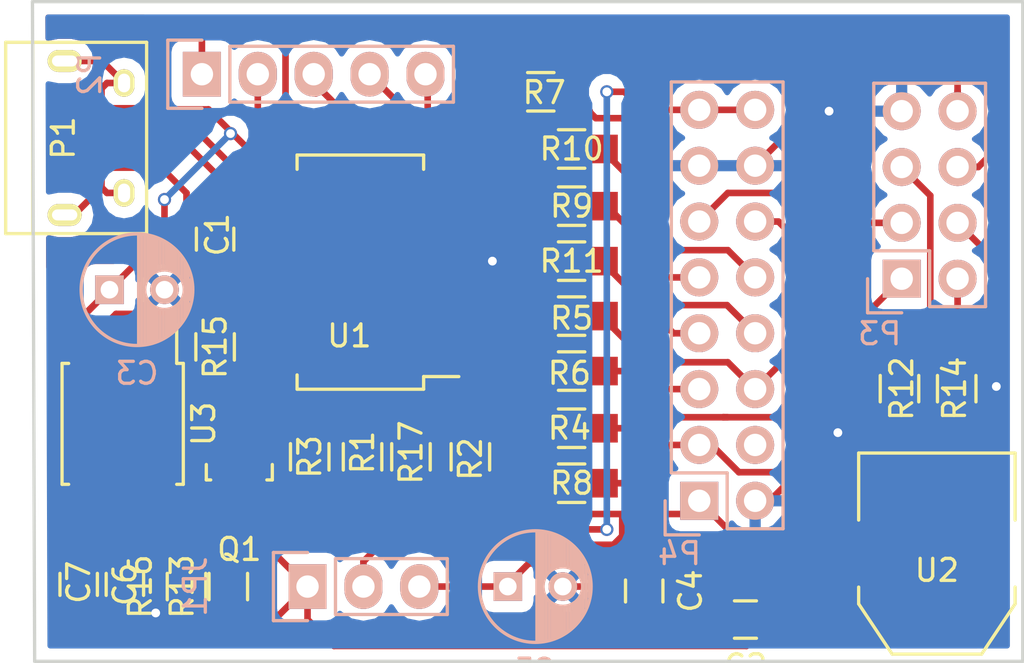
<source format=kicad_pcb>
(kicad_pcb (version 20171130) (host pcbnew "(5.1.12)-1")

  (general
    (thickness 1.6)
    (drawings 6)
    (tracks 360)
    (zones 0)
    (modules 33)
    (nets 38)
  )

  (page A4)
  (layers
    (0 F.Cu signal)
    (31 B.Cu signal)
    (32 B.Adhes user hide)
    (33 F.Adhes user hide)
    (34 B.Paste user hide)
    (35 F.Paste user hide)
    (36 B.SilkS user hide)
    (37 F.SilkS user hide)
    (38 B.Mask user hide)
    (39 F.Mask user hide)
    (40 Dwgs.User user hide)
    (41 Cmts.User user hide)
    (42 Eco1.User user hide)
    (43 Eco2.User user hide)
    (44 Edge.Cuts user)
    (45 Margin user hide)
    (46 B.CrtYd user hide)
    (47 F.CrtYd user hide)
    (48 B.Fab user hide)
    (49 F.Fab user hide)
  )

  (setup
    (last_trace_width 0.3)
    (trace_clearance 0.2)
    (zone_clearance 0.508)
    (zone_45_only no)
    (trace_min 0.2)
    (via_size 0.6)
    (via_drill 0.4)
    (via_min_size 0.4)
    (via_min_drill 0.3)
    (uvia_size 0.3)
    (uvia_drill 0.1)
    (uvias_allowed no)
    (uvia_min_size 0.2)
    (uvia_min_drill 0.1)
    (edge_width 0.15)
    (segment_width 0.2)
    (pcb_text_width 0.3)
    (pcb_text_size 1.5 1.5)
    (mod_edge_width 0.15)
    (mod_text_size 1 1)
    (mod_text_width 0.15)
    (pad_size 1.524 1.524)
    (pad_drill 0.762)
    (pad_to_mask_clearance 0.2)
    (aux_axis_origin 0 0)
    (visible_elements 7FFFFFFF)
    (pcbplotparams
      (layerselection 0x00000_00000001)
      (usegerberextensions false)
      (usegerberattributes true)
      (usegerberadvancedattributes true)
      (creategerberjobfile true)
      (excludeedgelayer false)
      (linewidth 0.300000)
      (plotframeref false)
      (viasonmask true)
      (mode 1)
      (useauxorigin false)
      (hpglpennumber 1)
      (hpglpenspeed 20)
      (hpglpendiameter 15.000000)
      (psnegative false)
      (psa4output false)
      (plotreference false)
      (plotvalue false)
      (plotinvisibletext false)
      (padsonsilk false)
      (subtractmaskfromsilk false)
      (outputformat 4)
      (mirror true)
      (drillshape 1)
      (scaleselection 1)
      (outputdirectory ""))
  )

  (net 0 "")
  (net 1 "Net-(C1-Pad1)")
  (net 2 GND)
  (net 3 +5V)
  (net 4 +3V3)
  (net 5 "Net-(C6-Pad1)")
  (net 6 "Net-(C7-Pad1)")
  (net 7 VCC_IO)
  (net 8 "Net-(P1-Pad3)")
  (net 9 "Net-(P1-Pad6)")
  (net 10 AUD_DATA2)
  (net 11 AUD_CK)
  (net 12 AUD_SYNC)
  (net 13 AUD_DATA3)
  (net 14 "Net-(P3-Pad4)")
  (net 15 CBUS1)
  (net 16 CBUS2)
  (net 17 CBUS3)
  (net 18 CBUS4)
  (net 19 CBUS5)
  (net 20 "Net-(Q1-Pad1)")
  (net 21 WDT)
  (net 22 AUD_DATA1)
  (net 23 AUD_RST)
  (net 24 AUD_DATA0)
  (net 25 "Net-(P1-Pad2)")
  (net 26 "Net-(P3-Pad5)")
  (net 27 "Net-(R1-Pad2)")
  (net 28 "Net-(R2-Pad2)")
  (net 29 "Net-(R11-Pad2)")
  (net 30 "Net-(R5-Pad2)")
  (net 31 "Net-(R6-Pad2)")
  (net 32 "Net-(R9-Pad2)")
  (net 33 "Net-(R13-Pad2)")
  (net 34 "Net-(R15-Pad2)")
  (net 35 "Net-(R4-Pad2)")
  (net 36 "Net-(R3-Pad2)")
  (net 37 BOOT_TX)

  (net_class Default "Это класс цепей по умолчанию."
    (clearance 0.2)
    (trace_width 0.3)
    (via_dia 0.6)
    (via_drill 0.4)
    (uvia_dia 0.3)
    (uvia_drill 0.1)
    (add_net +3V3)
    (add_net +5V)
    (add_net AUD_CK)
    (add_net AUD_DATA0)
    (add_net AUD_DATA1)
    (add_net AUD_DATA2)
    (add_net AUD_DATA3)
    (add_net AUD_RST)
    (add_net AUD_SYNC)
    (add_net BOOT_TX)
    (add_net CBUS1)
    (add_net CBUS2)
    (add_net CBUS3)
    (add_net CBUS4)
    (add_net CBUS5)
    (add_net GND)
    (add_net "Net-(C1-Pad1)")
    (add_net "Net-(C6-Pad1)")
    (add_net "Net-(C7-Pad1)")
    (add_net "Net-(P1-Pad2)")
    (add_net "Net-(P1-Pad3)")
    (add_net "Net-(P1-Pad6)")
    (add_net "Net-(P3-Pad4)")
    (add_net "Net-(P3-Pad5)")
    (add_net "Net-(Q1-Pad1)")
    (add_net "Net-(R1-Pad2)")
    (add_net "Net-(R11-Pad2)")
    (add_net "Net-(R13-Pad2)")
    (add_net "Net-(R15-Pad2)")
    (add_net "Net-(R2-Pad2)")
    (add_net "Net-(R3-Pad2)")
    (add_net "Net-(R4-Pad2)")
    (add_net "Net-(R5-Pad2)")
    (add_net "Net-(R6-Pad2)")
    (add_net "Net-(R9-Pad2)")
    (add_net VCC_IO)
    (add_net WDT)
  )

  (module Pin_Headers:Pin_Header_Straight_2x08 (layer B.Cu) (tedit 57BC5668) (tstamp 57B9F7F2)
    (at 165 47.7)
    (descr "Through hole pin header")
    (tags "pin header")
    (path /56DCE10F)
    (fp_text reference P4 (at -0.9 2.4) (layer B.SilkS)
      (effects (font (size 1 1) (thickness 0.15)) (justify mirror))
    )
    (fp_text value CONN_02X08 (at 0 3.1) (layer B.Fab)
      (effects (font (size 1 1) (thickness 0.15)) (justify mirror))
    )
    (fp_line (start -1.55 1.55) (end -1.55 0) (layer B.SilkS) (width 0.15))
    (fp_line (start 1.27 -1.27) (end -1.27 -1.27) (layer B.SilkS) (width 0.15))
    (fp_line (start 1.27 1.27) (end 1.27 -1.27) (layer B.SilkS) (width 0.15))
    (fp_line (start 0 1.55) (end -1.55 1.55) (layer B.SilkS) (width 0.15))
    (fp_line (start 3.81 1.27) (end 1.27 1.27) (layer B.SilkS) (width 0.15))
    (fp_line (start 3.81 -19.05) (end -1.27 -19.05) (layer B.SilkS) (width 0.15))
    (fp_line (start -1.27 -1.27) (end -1.27 -19.05) (layer B.SilkS) (width 0.15))
    (fp_line (start 3.81 -19.05) (end 3.81 1.27) (layer B.SilkS) (width 0.15))
    (fp_line (start -1.75 -19.55) (end 4.3 -19.55) (layer B.CrtYd) (width 0.05))
    (fp_line (start -1.75 1.75) (end 4.3 1.75) (layer B.CrtYd) (width 0.05))
    (fp_line (start 4.3 1.75) (end 4.3 -19.55) (layer B.CrtYd) (width 0.05))
    (fp_line (start -1.75 1.75) (end -1.75 -19.55) (layer B.CrtYd) (width 0.05))
    (pad 1 thru_hole rect (at 0 0) (size 1.7272 1.7272) (drill 1.016) (layers *.Cu *.Mask B.SilkS)
      (net 7 VCC_IO))
    (pad 2 thru_hole oval (at 2.54 0) (size 1.7272 1.7272) (drill 1.016) (layers *.Cu *.Mask B.SilkS)
      (net 2 GND))
    (pad 3 thru_hole oval (at 0 -2.54) (size 1.7272 1.7272) (drill 1.016) (layers *.Cu *.Mask B.SilkS)
      (net 23 AUD_RST))
    (pad 4 thru_hole oval (at 2.54 -2.54) (size 1.7272 1.7272) (drill 1.016) (layers *.Cu *.Mask B.SilkS))
    (pad 5 thru_hole oval (at 0 -5.08) (size 1.7272 1.7272) (drill 1.016) (layers *.Cu *.Mask B.SilkS)
      (net 24 AUD_DATA0))
    (pad 6 thru_hole oval (at 2.54 -5.08) (size 1.7272 1.7272) (drill 1.016) (layers *.Cu *.Mask B.SilkS)
      (net 22 AUD_DATA1))
    (pad 7 thru_hole oval (at 0 -7.62) (size 1.7272 1.7272) (drill 1.016) (layers *.Cu *.Mask B.SilkS)
      (net 10 AUD_DATA2))
    (pad 8 thru_hole oval (at 2.54 -7.62) (size 1.7272 1.7272) (drill 1.016) (layers *.Cu *.Mask B.SilkS)
      (net 13 AUD_DATA3))
    (pad 9 thru_hole oval (at 0 -10.16) (size 1.7272 1.7272) (drill 1.016) (layers *.Cu *.Mask B.SilkS)
      (net 11 AUD_CK))
    (pad 10 thru_hole oval (at 2.54 -10.16) (size 1.7272 1.7272) (drill 1.016) (layers *.Cu *.Mask B.SilkS)
      (net 12 AUD_SYNC))
    (pad 11 thru_hole oval (at 0 -12.7) (size 1.7272 1.7272) (drill 1.016) (layers *.Cu *.Mask B.SilkS)
      (net 37 BOOT_TX))
    (pad 12 thru_hole oval (at 2.54 -12.7) (size 1.7272 1.7272) (drill 1.016) (layers *.Cu *.Mask B.SilkS)
      (net 22 AUD_DATA1))
    (pad 13 thru_hole oval (at 0 -15.24) (size 1.7272 1.7272) (drill 1.016) (layers *.Cu *.Mask B.SilkS)
      (net 2 GND))
    (pad 14 thru_hole oval (at 2.54 -15.24) (size 1.7272 1.7272) (drill 1.016) (layers *.Cu *.Mask B.SilkS)
      (net 2 GND))
    (pad 15 thru_hole oval (at 0 -17.78) (size 1.7272 1.7272) (drill 1.016) (layers *.Cu *.Mask B.SilkS)
      (net 21 WDT))
    (pad 16 thru_hole oval (at 2.54 -17.78) (size 1.7272 1.7272) (drill 1.016) (layers *.Cu *.Mask B.SilkS)
      (net 21 WDT))
    (model Pin_Headers.3dshapes/Pin_Header_Straight_2x08.wrl
      (offset (xyz 1.269999980926514 -8.889999866485596 0))
      (scale (xyz 1 1 1))
      (rotate (xyz 0 0 90))
    )
  )

  (module Housings_SOIC:SOIJ-8_5.3x5.3mm_Pitch1.27mm (layer F.Cu) (tedit 54130A77) (tstamp 57B09BD3)
    (at 138.8 44.2 270)
    (descr "8-Lead Plastic Small Outline (SM) - Medium, 5.28 mm Body [SOIC] (see Microchip Packaging Specification 00000049BS.pdf)")
    (tags "SOIC 1.27")
    (path /56DCE25E)
    (attr smd)
    (fp_text reference U3 (at 0 -3.68 270) (layer F.SilkS)
      (effects (font (size 1 1) (thickness 0.15)))
    )
    (fp_text value LM555N (at 0 3.68 270) (layer F.Fab)
      (effects (font (size 1 1) (thickness 0.15)))
    )
    (fp_line (start -2.75 -2.455) (end -4.5 -2.455) (layer F.SilkS) (width 0.15))
    (fp_line (start -2.75 2.755) (end 2.75 2.755) (layer F.SilkS) (width 0.15))
    (fp_line (start -2.75 -2.755) (end 2.75 -2.755) (layer F.SilkS) (width 0.15))
    (fp_line (start -2.75 2.755) (end -2.75 2.455) (layer F.SilkS) (width 0.15))
    (fp_line (start 2.75 2.755) (end 2.75 2.455) (layer F.SilkS) (width 0.15))
    (fp_line (start 2.75 -2.755) (end 2.75 -2.455) (layer F.SilkS) (width 0.15))
    (fp_line (start -2.75 -2.755) (end -2.75 -2.455) (layer F.SilkS) (width 0.15))
    (fp_line (start -4.75 2.95) (end 4.75 2.95) (layer F.CrtYd) (width 0.05))
    (fp_line (start -4.75 -2.95) (end 4.75 -2.95) (layer F.CrtYd) (width 0.05))
    (fp_line (start 4.75 -2.95) (end 4.75 2.95) (layer F.CrtYd) (width 0.05))
    (fp_line (start -4.75 -2.95) (end -4.75 2.95) (layer F.CrtYd) (width 0.05))
    (pad 1 smd rect (at -3.65 -1.905 270) (size 1.7 0.65) (layers F.Cu F.Paste F.Mask)
      (net 2 GND))
    (pad 2 smd rect (at -3.65 -0.635 270) (size 1.7 0.65) (layers F.Cu F.Paste F.Mask)
      (net 5 "Net-(C6-Pad1)"))
    (pad 3 smd rect (at -3.65 0.635 270) (size 1.7 0.65) (layers F.Cu F.Paste F.Mask)
      (net 34 "Net-(R15-Pad2)"))
    (pad 4 smd rect (at -3.65 1.905 270) (size 1.7 0.65) (layers F.Cu F.Paste F.Mask)
      (net 3 +5V))
    (pad 5 smd rect (at 3.65 1.905 270) (size 1.7 0.65) (layers F.Cu F.Paste F.Mask)
      (net 6 "Net-(C7-Pad1)"))
    (pad 6 smd rect (at 3.65 0.635 270) (size 1.7 0.65) (layers F.Cu F.Paste F.Mask)
      (net 5 "Net-(C6-Pad1)"))
    (pad 7 smd rect (at 3.65 -0.635 270) (size 1.7 0.65) (layers F.Cu F.Paste F.Mask)
      (net 33 "Net-(R13-Pad2)"))
    (pad 8 smd rect (at 3.65 -1.905 270) (size 1.7 0.65) (layers F.Cu F.Paste F.Mask)
      (net 3 +5V))
    (model Housings_SOIC.3dshapes/SOIJ-8_5.3x5.3mm_Pitch1.27mm.wrl
      (at (xyz 0 0 0))
      (scale (xyz 1 1 1))
      (rotate (xyz 0 0 0))
    )
  )

  (module Capacitors_SMD:C_0805_HandSoldering (layer F.Cu) (tedit 57BDE87F) (tstamp 57B9B465)
    (at 143 35.8 270)
    (descr "Capacitor SMD 0805, hand soldering")
    (tags "capacitor 0805")
    (path /57B9A4A7)
    (attr smd)
    (fp_text reference C1 (at -0.2 -0.1 270) (layer F.SilkS)
      (effects (font (size 1 1) (thickness 0.15)))
    )
    (fp_text value 100n (at 0 2.1 270) (layer F.Fab)
      (effects (font (size 1 1) (thickness 0.15)))
    )
    (fp_line (start -0.5 0.85) (end 0.5 0.85) (layer F.SilkS) (width 0.15))
    (fp_line (start 0.5 -0.85) (end -0.5 -0.85) (layer F.SilkS) (width 0.15))
    (fp_line (start 2.3 -1) (end 2.3 1) (layer F.CrtYd) (width 0.05))
    (fp_line (start -2.3 -1) (end -2.3 1) (layer F.CrtYd) (width 0.05))
    (fp_line (start -2.3 1) (end 2.3 1) (layer F.CrtYd) (width 0.05))
    (fp_line (start -2.3 -1) (end 2.3 -1) (layer F.CrtYd) (width 0.05))
    (pad 1 smd rect (at -1.25 0 270) (size 1.5 1.25) (layers F.Cu F.Paste F.Mask)
      (net 1 "Net-(C1-Pad1)"))
    (pad 2 smd rect (at 1.25 0 270) (size 1.5 1.25) (layers F.Cu F.Paste F.Mask)
      (net 2 GND))
    (model Capacitors_SMD.3dshapes/C_0805_HandSoldering.wrl
      (at (xyz 0 0 0))
      (scale (xyz 1 1 1))
      (rotate (xyz 0 0 0))
    )
  )

  (module Capacitors_SMD:C_0805_HandSoldering (layer F.Cu) (tedit 541A9B8D) (tstamp 57B9B46B)
    (at 167.1 53.1 180)
    (descr "Capacitor SMD 0805, hand soldering")
    (tags "capacitor 0805")
    (path /57B9BAE1)
    (attr smd)
    (fp_text reference C2 (at 0 -2.1 180) (layer F.SilkS)
      (effects (font (size 1 1) (thickness 0.15)))
    )
    (fp_text value 0,1u (at 0 2.1 180) (layer F.Fab)
      (effects (font (size 1 1) (thickness 0.15)))
    )
    (fp_line (start -0.5 0.85) (end 0.5 0.85) (layer F.SilkS) (width 0.15))
    (fp_line (start 0.5 -0.85) (end -0.5 -0.85) (layer F.SilkS) (width 0.15))
    (fp_line (start 2.3 -1) (end 2.3 1) (layer F.CrtYd) (width 0.05))
    (fp_line (start -2.3 -1) (end -2.3 1) (layer F.CrtYd) (width 0.05))
    (fp_line (start -2.3 1) (end 2.3 1) (layer F.CrtYd) (width 0.05))
    (fp_line (start -2.3 -1) (end 2.3 -1) (layer F.CrtYd) (width 0.05))
    (pad 1 smd rect (at -1.25 0 180) (size 1.5 1.25) (layers F.Cu F.Paste F.Mask)
      (net 3 +5V))
    (pad 2 smd rect (at 1.25 0 180) (size 1.5 1.25) (layers F.Cu F.Paste F.Mask)
      (net 2 GND))
    (model Capacitors_SMD.3dshapes/C_0805_HandSoldering.wrl
      (at (xyz 0 0 0))
      (scale (xyz 1 1 1))
      (rotate (xyz 0 0 0))
    )
  )

  (module Capacitors_ThroughHole:C_Radial_D5_L11_P2.5 (layer B.Cu) (tedit 0) (tstamp 57B9B471)
    (at 138.2 38.1)
    (descr "Radial Electrolytic Capacitor Diameter 5mm x Length 11mm, Pitch 2.5mm")
    (tags "Electrolytic Capacitor")
    (path /57B9BA88)
    (fp_text reference C3 (at 1.25 3.8) (layer B.SilkS)
      (effects (font (size 1 1) (thickness 0.15)) (justify mirror))
    )
    (fp_text value 470u (at 1.25 -3.8) (layer B.Fab)
      (effects (font (size 1 1) (thickness 0.15)) (justify mirror))
    )
    (fp_circle (center 1.25 0) (end 1.25 2.8) (layer B.CrtYd) (width 0.05))
    (fp_circle (center 1.25 0) (end 1.25 2.5375) (layer B.SilkS) (width 0.15))
    (fp_circle (center 2.5 0) (end 2.5 0.9) (layer B.SilkS) (width 0.15))
    (fp_line (start 3.705 0.472) (end 3.705 -0.472) (layer B.SilkS) (width 0.15))
    (fp_line (start 3.565 0.944) (end 3.565 -0.944) (layer B.SilkS) (width 0.15))
    (fp_line (start 3.425 1.233) (end 3.425 -1.233) (layer B.SilkS) (width 0.15))
    (fp_line (start 3.285 -0.44) (end 3.285 -1.452) (layer B.SilkS) (width 0.15))
    (fp_line (start 3.285 1.452) (end 3.285 0.44) (layer B.SilkS) (width 0.15))
    (fp_line (start 3.145 -0.628) (end 3.145 -1.631) (layer B.SilkS) (width 0.15))
    (fp_line (start 3.145 1.631) (end 3.145 0.628) (layer B.SilkS) (width 0.15))
    (fp_line (start 3.005 -0.745) (end 3.005 -1.78) (layer B.SilkS) (width 0.15))
    (fp_line (start 3.005 1.78) (end 3.005 0.745) (layer B.SilkS) (width 0.15))
    (fp_line (start 2.865 -0.823) (end 2.865 -1.908) (layer B.SilkS) (width 0.15))
    (fp_line (start 2.865 1.908) (end 2.865 0.823) (layer B.SilkS) (width 0.15))
    (fp_line (start 2.725 -0.871) (end 2.725 -2.019) (layer B.SilkS) (width 0.15))
    (fp_line (start 2.725 2.019) (end 2.725 0.871) (layer B.SilkS) (width 0.15))
    (fp_line (start 2.585 -0.896) (end 2.585 -2.114) (layer B.SilkS) (width 0.15))
    (fp_line (start 2.585 2.114) (end 2.585 0.896) (layer B.SilkS) (width 0.15))
    (fp_line (start 2.445 -0.898) (end 2.445 -2.196) (layer B.SilkS) (width 0.15))
    (fp_line (start 2.445 2.196) (end 2.445 0.898) (layer B.SilkS) (width 0.15))
    (fp_line (start 2.305 -0.879) (end 2.305 -2.266) (layer B.SilkS) (width 0.15))
    (fp_line (start 2.305 2.266) (end 2.305 0.879) (layer B.SilkS) (width 0.15))
    (fp_line (start 2.165 -0.835) (end 2.165 -2.327) (layer B.SilkS) (width 0.15))
    (fp_line (start 2.165 2.327) (end 2.165 0.835) (layer B.SilkS) (width 0.15))
    (fp_line (start 2.025 -0.764) (end 2.025 -2.377) (layer B.SilkS) (width 0.15))
    (fp_line (start 2.025 2.377) (end 2.025 0.764) (layer B.SilkS) (width 0.15))
    (fp_line (start 1.885 -0.657) (end 1.885 -2.418) (layer B.SilkS) (width 0.15))
    (fp_line (start 1.885 2.418) (end 1.885 0.657) (layer B.SilkS) (width 0.15))
    (fp_line (start 1.745 -0.49) (end 1.745 -2.451) (layer B.SilkS) (width 0.15))
    (fp_line (start 1.745 2.451) (end 1.745 0.49) (layer B.SilkS) (width 0.15))
    (fp_line (start 1.605 -0.095) (end 1.605 -2.475) (layer B.SilkS) (width 0.15))
    (fp_line (start 1.605 2.475) (end 1.605 0.095) (layer B.SilkS) (width 0.15))
    (fp_line (start 1.465 2.491) (end 1.465 -2.491) (layer B.SilkS) (width 0.15))
    (fp_line (start 1.325 2.499) (end 1.325 -2.499) (layer B.SilkS) (width 0.15))
    (pad 1 thru_hole rect (at 0 0) (size 1.3 1.3) (drill 0.8) (layers *.Cu *.Mask B.SilkS)
      (net 3 +5V))
    (pad 2 thru_hole circle (at 2.5 0) (size 1.3 1.3) (drill 0.8) (layers *.Cu *.Mask B.SilkS)
      (net 2 GND))
    (model Capacitors_ThroughHole.3dshapes/C_Radial_D5_L11_P2.5.wrl
      (offset (xyz 1.25001018122673 0 0))
      (scale (xyz 1 1 1))
      (rotate (xyz 0 0 90))
    )
  )

  (module Capacitors_SMD:C_0805_HandSoldering (layer F.Cu) (tedit 541A9B8D) (tstamp 57B9B477)
    (at 162.5 51.8 270)
    (descr "Capacitor SMD 0805, hand soldering")
    (tags "capacitor 0805")
    (path /57B9BB08)
    (attr smd)
    (fp_text reference C4 (at 0 -2.1 270) (layer F.SilkS)
      (effects (font (size 1 1) (thickness 0.15)))
    )
    (fp_text value 0,1u (at 0 2.1 270) (layer F.Fab)
      (effects (font (size 1 1) (thickness 0.15)))
    )
    (fp_line (start -0.5 0.85) (end 0.5 0.85) (layer F.SilkS) (width 0.15))
    (fp_line (start 0.5 -0.85) (end -0.5 -0.85) (layer F.SilkS) (width 0.15))
    (fp_line (start 2.3 -1) (end 2.3 1) (layer F.CrtYd) (width 0.05))
    (fp_line (start -2.3 -1) (end -2.3 1) (layer F.CrtYd) (width 0.05))
    (fp_line (start -2.3 1) (end 2.3 1) (layer F.CrtYd) (width 0.05))
    (fp_line (start -2.3 -1) (end 2.3 -1) (layer F.CrtYd) (width 0.05))
    (pad 1 smd rect (at -1.25 0 270) (size 1.5 1.25) (layers F.Cu F.Paste F.Mask)
      (net 4 +3V3))
    (pad 2 smd rect (at 1.25 0 270) (size 1.5 1.25) (layers F.Cu F.Paste F.Mask)
      (net 2 GND))
    (model Capacitors_SMD.3dshapes/C_0805_HandSoldering.wrl
      (at (xyz 0 0 0))
      (scale (xyz 1 1 1))
      (rotate (xyz 0 0 0))
    )
  )

  (module Capacitors_ThroughHole:C_Radial_D5_L11_P2.5 (layer B.Cu) (tedit 0) (tstamp 57B9B47D)
    (at 156.3 51.6)
    (descr "Radial Electrolytic Capacitor Diameter 5mm x Length 11mm, Pitch 2.5mm")
    (tags "Electrolytic Capacitor")
    (path /57B9BB47)
    (fp_text reference C5 (at 1.25 3.8) (layer B.SilkS)
      (effects (font (size 1 1) (thickness 0.15)) (justify mirror))
    )
    (fp_text value 470u (at 1.25 -3.8) (layer B.Fab)
      (effects (font (size 1 1) (thickness 0.15)) (justify mirror))
    )
    (fp_circle (center 1.25 0) (end 1.25 2.8) (layer B.CrtYd) (width 0.05))
    (fp_circle (center 1.25 0) (end 1.25 2.5375) (layer B.SilkS) (width 0.15))
    (fp_circle (center 2.5 0) (end 2.5 0.9) (layer B.SilkS) (width 0.15))
    (fp_line (start 3.705 0.472) (end 3.705 -0.472) (layer B.SilkS) (width 0.15))
    (fp_line (start 3.565 0.944) (end 3.565 -0.944) (layer B.SilkS) (width 0.15))
    (fp_line (start 3.425 1.233) (end 3.425 -1.233) (layer B.SilkS) (width 0.15))
    (fp_line (start 3.285 -0.44) (end 3.285 -1.452) (layer B.SilkS) (width 0.15))
    (fp_line (start 3.285 1.452) (end 3.285 0.44) (layer B.SilkS) (width 0.15))
    (fp_line (start 3.145 -0.628) (end 3.145 -1.631) (layer B.SilkS) (width 0.15))
    (fp_line (start 3.145 1.631) (end 3.145 0.628) (layer B.SilkS) (width 0.15))
    (fp_line (start 3.005 -0.745) (end 3.005 -1.78) (layer B.SilkS) (width 0.15))
    (fp_line (start 3.005 1.78) (end 3.005 0.745) (layer B.SilkS) (width 0.15))
    (fp_line (start 2.865 -0.823) (end 2.865 -1.908) (layer B.SilkS) (width 0.15))
    (fp_line (start 2.865 1.908) (end 2.865 0.823) (layer B.SilkS) (width 0.15))
    (fp_line (start 2.725 -0.871) (end 2.725 -2.019) (layer B.SilkS) (width 0.15))
    (fp_line (start 2.725 2.019) (end 2.725 0.871) (layer B.SilkS) (width 0.15))
    (fp_line (start 2.585 -0.896) (end 2.585 -2.114) (layer B.SilkS) (width 0.15))
    (fp_line (start 2.585 2.114) (end 2.585 0.896) (layer B.SilkS) (width 0.15))
    (fp_line (start 2.445 -0.898) (end 2.445 -2.196) (layer B.SilkS) (width 0.15))
    (fp_line (start 2.445 2.196) (end 2.445 0.898) (layer B.SilkS) (width 0.15))
    (fp_line (start 2.305 -0.879) (end 2.305 -2.266) (layer B.SilkS) (width 0.15))
    (fp_line (start 2.305 2.266) (end 2.305 0.879) (layer B.SilkS) (width 0.15))
    (fp_line (start 2.165 -0.835) (end 2.165 -2.327) (layer B.SilkS) (width 0.15))
    (fp_line (start 2.165 2.327) (end 2.165 0.835) (layer B.SilkS) (width 0.15))
    (fp_line (start 2.025 -0.764) (end 2.025 -2.377) (layer B.SilkS) (width 0.15))
    (fp_line (start 2.025 2.377) (end 2.025 0.764) (layer B.SilkS) (width 0.15))
    (fp_line (start 1.885 -0.657) (end 1.885 -2.418) (layer B.SilkS) (width 0.15))
    (fp_line (start 1.885 2.418) (end 1.885 0.657) (layer B.SilkS) (width 0.15))
    (fp_line (start 1.745 -0.49) (end 1.745 -2.451) (layer B.SilkS) (width 0.15))
    (fp_line (start 1.745 2.451) (end 1.745 0.49) (layer B.SilkS) (width 0.15))
    (fp_line (start 1.605 -0.095) (end 1.605 -2.475) (layer B.SilkS) (width 0.15))
    (fp_line (start 1.605 2.475) (end 1.605 0.095) (layer B.SilkS) (width 0.15))
    (fp_line (start 1.465 2.491) (end 1.465 -2.491) (layer B.SilkS) (width 0.15))
    (fp_line (start 1.325 2.499) (end 1.325 -2.499) (layer B.SilkS) (width 0.15))
    (pad 1 thru_hole rect (at 0 0) (size 1.3 1.3) (drill 0.8) (layers *.Cu *.Mask B.SilkS)
      (net 4 +3V3))
    (pad 2 thru_hole circle (at 2.5 0) (size 1.3 1.3) (drill 0.8) (layers *.Cu *.Mask B.SilkS)
      (net 2 GND))
    (model Capacitors_ThroughHole.3dshapes/C_Radial_D5_L11_P2.5.wrl
      (offset (xyz 1.25001018122673 0 0))
      (scale (xyz 1 1 1))
      (rotate (xyz 0 0 90))
    )
  )

  (module Capacitors_SMD:C_0805_HandSoldering (layer F.Cu) (tedit 57BF0277) (tstamp 57B9B483)
    (at 138.9 51.5 270)
    (descr "Capacitor SMD 0805, hand soldering")
    (tags "capacitor 0805")
    (path /57B9D5D9)
    (attr smd)
    (fp_text reference C6 (at 0 0 270) (layer F.SilkS)
      (effects (font (size 1 1) (thickness 0.15)))
    )
    (fp_text value 100n (at 0 2.1 270) (layer F.Fab)
      (effects (font (size 1 1) (thickness 0.15)))
    )
    (fp_line (start -0.5 0.85) (end 0.5 0.85) (layer F.SilkS) (width 0.15))
    (fp_line (start 0.5 -0.85) (end -0.5 -0.85) (layer F.SilkS) (width 0.15))
    (fp_line (start 2.3 -1) (end 2.3 1) (layer F.CrtYd) (width 0.05))
    (fp_line (start -2.3 -1) (end -2.3 1) (layer F.CrtYd) (width 0.05))
    (fp_line (start -2.3 1) (end 2.3 1) (layer F.CrtYd) (width 0.05))
    (fp_line (start -2.3 -1) (end 2.3 -1) (layer F.CrtYd) (width 0.05))
    (pad 1 smd rect (at -1.25 0 270) (size 1.5 1.25) (layers F.Cu F.Paste F.Mask)
      (net 5 "Net-(C6-Pad1)"))
    (pad 2 smd rect (at 1.25 0 270) (size 1.5 1.25) (layers F.Cu F.Paste F.Mask)
      (net 2 GND))
    (model Capacitors_SMD.3dshapes/C_0805_HandSoldering.wrl
      (at (xyz 0 0 0))
      (scale (xyz 1 1 1))
      (rotate (xyz 0 0 0))
    )
  )

  (module Capacitors_SMD:C_0805_HandSoldering (layer F.Cu) (tedit 57BF0274) (tstamp 57B9B489)
    (at 136.8 51.5 270)
    (descr "Capacitor SMD 0805, hand soldering")
    (tags "capacitor 0805")
    (path /57B9D64D)
    (attr smd)
    (fp_text reference C7 (at -0.1 0 270) (layer F.SilkS)
      (effects (font (size 1 1) (thickness 0.15)))
    )
    (fp_text value 10n (at 0 2.1 270) (layer F.Fab)
      (effects (font (size 1 1) (thickness 0.15)))
    )
    (fp_line (start -0.5 0.85) (end 0.5 0.85) (layer F.SilkS) (width 0.15))
    (fp_line (start 0.5 -0.85) (end -0.5 -0.85) (layer F.SilkS) (width 0.15))
    (fp_line (start 2.3 -1) (end 2.3 1) (layer F.CrtYd) (width 0.05))
    (fp_line (start -2.3 -1) (end -2.3 1) (layer F.CrtYd) (width 0.05))
    (fp_line (start -2.3 1) (end 2.3 1) (layer F.CrtYd) (width 0.05))
    (fp_line (start -2.3 -1) (end 2.3 -1) (layer F.CrtYd) (width 0.05))
    (pad 1 smd rect (at -1.25 0 270) (size 1.5 1.25) (layers F.Cu F.Paste F.Mask)
      (net 6 "Net-(C7-Pad1)"))
    (pad 2 smd rect (at 1.25 0 270) (size 1.5 1.25) (layers F.Cu F.Paste F.Mask)
      (net 2 GND))
    (model Capacitors_SMD.3dshapes/C_0805_HandSoldering.wrl
      (at (xyz 0 0 0))
      (scale (xyz 1 1 1))
      (rotate (xyz 0 0 0))
    )
  )

  (module Pin_Headers:Pin_Header_Straight_1x03 (layer B.Cu) (tedit 0) (tstamp 57B9B490)
    (at 147.2 51.6 270)
    (descr "Through hole pin header")
    (tags "pin header")
    (path /57B9C69B)
    (fp_text reference JP1 (at 0 5.1 270) (layer B.SilkS)
      (effects (font (size 1 1) (thickness 0.15)) (justify mirror))
    )
    (fp_text value Vcc_IO_SW (at 0 3.1 270) (layer B.Fab)
      (effects (font (size 1 1) (thickness 0.15)) (justify mirror))
    )
    (fp_line (start -1.55 1.55) (end 1.55 1.55) (layer B.SilkS) (width 0.15))
    (fp_line (start -1.55 0) (end -1.55 1.55) (layer B.SilkS) (width 0.15))
    (fp_line (start 1.27 -1.27) (end -1.27 -1.27) (layer B.SilkS) (width 0.15))
    (fp_line (start 1.55 1.55) (end 1.55 0) (layer B.SilkS) (width 0.15))
    (fp_line (start 1.27 -6.35) (end 1.27 -1.27) (layer B.SilkS) (width 0.15))
    (fp_line (start -1.27 -6.35) (end 1.27 -6.35) (layer B.SilkS) (width 0.15))
    (fp_line (start -1.27 -1.27) (end -1.27 -6.35) (layer B.SilkS) (width 0.15))
    (fp_line (start -1.75 -6.85) (end 1.75 -6.85) (layer B.CrtYd) (width 0.05))
    (fp_line (start -1.75 1.75) (end 1.75 1.75) (layer B.CrtYd) (width 0.05))
    (fp_line (start 1.75 1.75) (end 1.75 -6.85) (layer B.CrtYd) (width 0.05))
    (fp_line (start -1.75 1.75) (end -1.75 -6.85) (layer B.CrtYd) (width 0.05))
    (pad 1 thru_hole rect (at 0 0 270) (size 2.032 1.7272) (drill 1.016) (layers *.Cu *.Mask B.SilkS)
      (net 3 +5V))
    (pad 2 thru_hole oval (at 0 -2.54 270) (size 2.032 1.7272) (drill 1.016) (layers *.Cu *.Mask B.SilkS)
      (net 7 VCC_IO))
    (pad 3 thru_hole oval (at 0 -5.08 270) (size 2.032 1.7272) (drill 1.016) (layers *.Cu *.Mask B.SilkS)
      (net 4 +3V3))
    (model Pin_Headers.3dshapes/Pin_Header_Straight_1x03.wrl
      (offset (xyz 0 -2.539999961853027 0))
      (scale (xyz 1 1 1))
      (rotate (xyz 0 0 90))
    )
  )

  (module TO_SOT_Packages_SMD:SOT-23_Handsoldering (layer F.Cu) (tedit 54E9291B) (tstamp 57B9B4AD)
    (at 144.1 46.1 180)
    (descr "SOT-23, Handsoldering")
    (tags SOT-23)
    (path /57B9DC7C)
    (attr smd)
    (fp_text reference Q1 (at 0 -3.81 180) (layer F.SilkS)
      (effects (font (size 1 1) (thickness 0.15)))
    )
    (fp_text value BC817 (at 0 3.81 180) (layer F.Fab)
      (effects (font (size 1 1) (thickness 0.15)))
    )
    (fp_line (start 1.49982 -0.65024) (end 1.49982 0.0508) (layer F.SilkS) (width 0.15))
    (fp_line (start 1.29916 -0.65024) (end 1.49982 -0.65024) (layer F.SilkS) (width 0.15))
    (fp_line (start -1.49982 -0.65024) (end -1.2509 -0.65024) (layer F.SilkS) (width 0.15))
    (fp_line (start -1.49982 0.0508) (end -1.49982 -0.65024) (layer F.SilkS) (width 0.15))
    (pad 1 smd rect (at -0.95 1.50114 180) (size 0.8001 1.80086) (layers F.Cu F.Paste F.Mask)
      (net 20 "Net-(Q1-Pad1)"))
    (pad 2 smd rect (at 0.95 1.50114 180) (size 0.8001 1.80086) (layers F.Cu F.Paste F.Mask)
      (net 2 GND))
    (pad 3 smd rect (at 0 -1.50114 180) (size 0.8001 1.80086) (layers F.Cu F.Paste F.Mask)
      (net 21 WDT))
    (model TO_SOT_Packages_SMD.3dshapes/SOT-23_Handsoldering.wrl
      (at (xyz 0 0 0))
      (scale (xyz 1 1 1))
      (rotate (xyz 0 0 0))
    )
  )

  (module Resistors_SMD:R_0805_HandSoldering (layer F.Cu) (tedit 57BDDD38) (tstamp 57B9B4B3)
    (at 149.7 45.7 90)
    (descr "Resistor SMD 0805, hand soldering")
    (tags "resistor 0805")
    (path /57BA14DF)
    (attr smd)
    (fp_text reference R1 (at 0.2 0 90) (layer F.SilkS)
      (effects (font (size 1 1) (thickness 0.15)))
    )
    (fp_text value 5,6k (at 0 2.1 90) (layer F.Fab)
      (effects (font (size 1 1) (thickness 0.15)))
    )
    (fp_line (start -0.6 -0.875) (end 0.6 -0.875) (layer F.SilkS) (width 0.15))
    (fp_line (start 0.6 0.875) (end -0.6 0.875) (layer F.SilkS) (width 0.15))
    (fp_line (start 2.4 -1) (end 2.4 1) (layer F.CrtYd) (width 0.05))
    (fp_line (start -2.4 -1) (end -2.4 1) (layer F.CrtYd) (width 0.05))
    (fp_line (start -2.4 1) (end 2.4 1) (layer F.CrtYd) (width 0.05))
    (fp_line (start -2.4 -1) (end 2.4 -1) (layer F.CrtYd) (width 0.05))
    (pad 1 smd rect (at -1.35 0 90) (size 1.5 1.3) (layers F.Cu F.Paste F.Mask)
      (net 7 VCC_IO))
    (pad 2 smd rect (at 1.35 0 90) (size 1.5 1.3) (layers F.Cu F.Paste F.Mask)
      (net 27 "Net-(R1-Pad2)"))
    (model Resistors_SMD.3dshapes/R_0805_HandSoldering.wrl
      (at (xyz 0 0 0))
      (scale (xyz 1 1 1))
      (rotate (xyz 0 0 0))
    )
  )

  (module Resistors_SMD:R_0805_HandSoldering (layer F.Cu) (tedit 57BDDD34) (tstamp 57B9B4B9)
    (at 154.6 45.7 270)
    (descr "Resistor SMD 0805, hand soldering")
    (tags "resistor 0805")
    (path /57BA1542)
    (attr smd)
    (fp_text reference R2 (at 0.1 0 270) (layer F.SilkS)
      (effects (font (size 1 1) (thickness 0.15)))
    )
    (fp_text value 5,6k (at 0 2.1 270) (layer F.Fab)
      (effects (font (size 1 1) (thickness 0.15)))
    )
    (fp_line (start -0.6 -0.875) (end 0.6 -0.875) (layer F.SilkS) (width 0.15))
    (fp_line (start 0.6 0.875) (end -0.6 0.875) (layer F.SilkS) (width 0.15))
    (fp_line (start 2.4 -1) (end 2.4 1) (layer F.CrtYd) (width 0.05))
    (fp_line (start -2.4 -1) (end -2.4 1) (layer F.CrtYd) (width 0.05))
    (fp_line (start -2.4 1) (end 2.4 1) (layer F.CrtYd) (width 0.05))
    (fp_line (start -2.4 -1) (end 2.4 -1) (layer F.CrtYd) (width 0.05))
    (pad 1 smd rect (at -1.35 0 270) (size 1.5 1.3) (layers F.Cu F.Paste F.Mask)
      (net 7 VCC_IO))
    (pad 2 smd rect (at 1.35 0 270) (size 1.5 1.3) (layers F.Cu F.Paste F.Mask)
      (net 28 "Net-(R2-Pad2)"))
    (model Resistors_SMD.3dshapes/R_0805_HandSoldering.wrl
      (at (xyz 0 0 0))
      (scale (xyz 1 1 1))
      (rotate (xyz 0 0 0))
    )
  )

  (module Resistors_SMD:R_0805_HandSoldering (layer F.Cu) (tedit 57BDDD3B) (tstamp 57B9B4BF)
    (at 147.3 45.7 90)
    (descr "Resistor SMD 0805, hand soldering")
    (tags "resistor 0805")
    (path /57BA3976)
    (attr smd)
    (fp_text reference R3 (at 0 0 90) (layer F.SilkS)
      (effects (font (size 1 1) (thickness 0.15)))
    )
    (fp_text value 5,6k (at 0 2.1 90) (layer F.Fab)
      (effects (font (size 1 1) (thickness 0.15)))
    )
    (fp_line (start -0.6 -0.875) (end 0.6 -0.875) (layer F.SilkS) (width 0.15))
    (fp_line (start 0.6 0.875) (end -0.6 0.875) (layer F.SilkS) (width 0.15))
    (fp_line (start 2.4 -1) (end 2.4 1) (layer F.CrtYd) (width 0.05))
    (fp_line (start -2.4 -1) (end -2.4 1) (layer F.CrtYd) (width 0.05))
    (fp_line (start -2.4 1) (end 2.4 1) (layer F.CrtYd) (width 0.05))
    (fp_line (start -2.4 -1) (end 2.4 -1) (layer F.CrtYd) (width 0.05))
    (pad 1 smd rect (at -1.35 0 90) (size 1.5 1.3) (layers F.Cu F.Paste F.Mask)
      (net 7 VCC_IO))
    (pad 2 smd rect (at 1.35 0 90) (size 1.5 1.3) (layers F.Cu F.Paste F.Mask)
      (net 36 "Net-(R3-Pad2)"))
    (model Resistors_SMD.3dshapes/R_0805_HandSoldering.wrl
      (at (xyz 0 0 0))
      (scale (xyz 1 1 1))
      (rotate (xyz 0 0 0))
    )
  )

  (module Resistors_SMD:R_0805_HandSoldering (layer F.Cu) (tedit 57BC4CAB) (tstamp 57B9B4C5)
    (at 159.2 44.4 180)
    (descr "Resistor SMD 0805, hand soldering")
    (tags "resistor 0805")
    (path /57BA1A61)
    (attr smd)
    (fp_text reference R4 (at 0.1 0 180) (layer F.SilkS)
      (effects (font (size 1 1) (thickness 0.15)))
    )
    (fp_text value 22 (at 0 2.1 180) (layer F.Fab)
      (effects (font (size 1 1) (thickness 0.15)))
    )
    (fp_line (start -0.6 -0.875) (end 0.6 -0.875) (layer F.SilkS) (width 0.15))
    (fp_line (start 0.6 0.875) (end -0.6 0.875) (layer F.SilkS) (width 0.15))
    (fp_line (start 2.4 -1) (end 2.4 1) (layer F.CrtYd) (width 0.05))
    (fp_line (start -2.4 -1) (end -2.4 1) (layer F.CrtYd) (width 0.05))
    (fp_line (start -2.4 1) (end 2.4 1) (layer F.CrtYd) (width 0.05))
    (fp_line (start -2.4 -1) (end 2.4 -1) (layer F.CrtYd) (width 0.05))
    (pad 1 smd rect (at -1.35 0 180) (size 1.5 1.3) (layers F.Cu F.Paste F.Mask)
      (net 37 BOOT_TX))
    (pad 2 smd rect (at 1.35 0 180) (size 1.5 1.3) (layers F.Cu F.Paste F.Mask)
      (net 35 "Net-(R4-Pad2)"))
    (model Resistors_SMD.3dshapes/R_0805_HandSoldering.wrl
      (at (xyz 0 0 0))
      (scale (xyz 1 1 1))
      (rotate (xyz 0 0 0))
    )
  )

  (module Resistors_SMD:R_0805_HandSoldering (layer F.Cu) (tedit 57BC5CBF) (tstamp 57B9B4CB)
    (at 159.2 39.3 180)
    (descr "Resistor SMD 0805, hand soldering")
    (tags "resistor 0805")
    (path /57BA2A8A)
    (attr smd)
    (fp_text reference R5 (at 0 -0.1 180) (layer F.SilkS)
      (effects (font (size 1 1) (thickness 0.15)))
    )
    (fp_text value 22 (at 0 2.1 180) (layer F.Fab)
      (effects (font (size 1 1) (thickness 0.15)))
    )
    (fp_line (start -0.6 -0.875) (end 0.6 -0.875) (layer F.SilkS) (width 0.15))
    (fp_line (start 0.6 0.875) (end -0.6 0.875) (layer F.SilkS) (width 0.15))
    (fp_line (start 2.4 -1) (end 2.4 1) (layer F.CrtYd) (width 0.05))
    (fp_line (start -2.4 -1) (end -2.4 1) (layer F.CrtYd) (width 0.05))
    (fp_line (start -2.4 1) (end 2.4 1) (layer F.CrtYd) (width 0.05))
    (fp_line (start -2.4 -1) (end 2.4 -1) (layer F.CrtYd) (width 0.05))
    (pad 1 smd rect (at -1.35 0 180) (size 1.5 1.3) (layers F.Cu F.Paste F.Mask)
      (net 22 AUD_DATA1))
    (pad 2 smd rect (at 1.35 0 180) (size 1.5 1.3) (layers F.Cu F.Paste F.Mask)
      (net 30 "Net-(R5-Pad2)"))
    (model Resistors_SMD.3dshapes/R_0805_HandSoldering.wrl
      (at (xyz 0 0 0))
      (scale (xyz 1 1 1))
      (rotate (xyz 0 0 0))
    )
  )

  (module Resistors_SMD:R_0805_HandSoldering (layer F.Cu) (tedit 57BC5CBA) (tstamp 57B9B4D1)
    (at 159.2 41.8 180)
    (descr "Resistor SMD 0805, hand soldering")
    (tags "resistor 0805")
    (path /57BA279F)
    (attr smd)
    (fp_text reference R6 (at 0.1 -0.1 180) (layer F.SilkS)
      (effects (font (size 1 1) (thickness 0.15)))
    )
    (fp_text value 22 (at 0 2.1 180) (layer F.Fab)
      (effects (font (size 1 1) (thickness 0.15)))
    )
    (fp_line (start -0.6 -0.875) (end 0.6 -0.875) (layer F.SilkS) (width 0.15))
    (fp_line (start 0.6 0.875) (end -0.6 0.875) (layer F.SilkS) (width 0.15))
    (fp_line (start 2.4 -1) (end 2.4 1) (layer F.CrtYd) (width 0.05))
    (fp_line (start -2.4 -1) (end -2.4 1) (layer F.CrtYd) (width 0.05))
    (fp_line (start -2.4 1) (end 2.4 1) (layer F.CrtYd) (width 0.05))
    (fp_line (start -2.4 -1) (end 2.4 -1) (layer F.CrtYd) (width 0.05))
    (pad 1 smd rect (at -1.35 0 180) (size 1.5 1.3) (layers F.Cu F.Paste F.Mask)
      (net 24 AUD_DATA0))
    (pad 2 smd rect (at 1.35 0 180) (size 1.5 1.3) (layers F.Cu F.Paste F.Mask)
      (net 31 "Net-(R6-Pad2)"))
    (model Resistors_SMD.3dshapes/R_0805_HandSoldering.wrl
      (at (xyz 0 0 0))
      (scale (xyz 1 1 1))
      (rotate (xyz 0 0 0))
    )
  )

  (module Resistors_SMD:R_0805_HandSoldering (layer F.Cu) (tedit 57BC4CC8) (tstamp 57B9B4D7)
    (at 157.8 29.1 180)
    (descr "Resistor SMD 0805, hand soldering")
    (tags "resistor 0805")
    (path /57BA3CD1)
    (attr smd)
    (fp_text reference R7 (at -0.154999 -0.035 180) (layer F.SilkS)
      (effects (font (size 1 1) (thickness 0.15)))
    )
    (fp_text value 22 (at 0 2.1 180) (layer F.Fab)
      (effects (font (size 1 1) (thickness 0.15)))
    )
    (fp_line (start -0.6 -0.875) (end 0.6 -0.875) (layer F.SilkS) (width 0.15))
    (fp_line (start 0.6 0.875) (end -0.6 0.875) (layer F.SilkS) (width 0.15))
    (fp_line (start 2.4 -1) (end 2.4 1) (layer F.CrtYd) (width 0.05))
    (fp_line (start -2.4 -1) (end -2.4 1) (layer F.CrtYd) (width 0.05))
    (fp_line (start -2.4 1) (end 2.4 1) (layer F.CrtYd) (width 0.05))
    (fp_line (start -2.4 -1) (end 2.4 -1) (layer F.CrtYd) (width 0.05))
    (pad 1 smd rect (at -1.35 0 180) (size 1.5 1.3) (layers F.Cu F.Paste F.Mask)
      (net 12 AUD_SYNC))
    (pad 2 smd rect (at 1.35 0 180) (size 1.5 1.3) (layers F.Cu F.Paste F.Mask)
      (net 36 "Net-(R3-Pad2)"))
    (model Resistors_SMD.3dshapes/R_0805_HandSoldering.wrl
      (at (xyz 0 0 0))
      (scale (xyz 1 1 1))
      (rotate (xyz 0 0 0))
    )
  )

  (module Resistors_SMD:R_0805_HandSoldering (layer F.Cu) (tedit 57BC5CC3) (tstamp 57B9B4DD)
    (at 159.2 46.9 180)
    (descr "Resistor SMD 0805, hand soldering")
    (tags "resistor 0805")
    (path /57BA281D)
    (attr smd)
    (fp_text reference R8 (at 0 0 180) (layer F.SilkS)
      (effects (font (size 1 1) (thickness 0.15)))
    )
    (fp_text value 22 (at 0 2.1 180) (layer F.Fab)
      (effects (font (size 1 1) (thickness 0.15)))
    )
    (fp_line (start -0.6 -0.875) (end 0.6 -0.875) (layer F.SilkS) (width 0.15))
    (fp_line (start 0.6 0.875) (end -0.6 0.875) (layer F.SilkS) (width 0.15))
    (fp_line (start 2.4 -1) (end 2.4 1) (layer F.CrtYd) (width 0.05))
    (fp_line (start -2.4 -1) (end -2.4 1) (layer F.CrtYd) (width 0.05))
    (fp_line (start -2.4 1) (end 2.4 1) (layer F.CrtYd) (width 0.05))
    (fp_line (start -2.4 -1) (end 2.4 -1) (layer F.CrtYd) (width 0.05))
    (pad 1 smd rect (at -1.35 0 180) (size 1.5 1.3) (layers F.Cu F.Paste F.Mask)
      (net 23 AUD_RST))
    (pad 2 smd rect (at 1.35 0 180) (size 1.5 1.3) (layers F.Cu F.Paste F.Mask)
      (net 28 "Net-(R2-Pad2)"))
    (model Resistors_SMD.3dshapes/R_0805_HandSoldering.wrl
      (at (xyz 0 0 0))
      (scale (xyz 1 1 1))
      (rotate (xyz 0 0 0))
    )
  )

  (module Resistors_SMD:R_0805_HandSoldering (layer F.Cu) (tedit 57BC5C22) (tstamp 57B9B4E3)
    (at 159.2 34.3 180)
    (descr "Resistor SMD 0805, hand soldering")
    (tags "resistor 0805")
    (path /57BA19FC)
    (attr smd)
    (fp_text reference R9 (at 0 0 180) (layer F.SilkS)
      (effects (font (size 1 1) (thickness 0.15)))
    )
    (fp_text value 22 (at 0 2.1 180) (layer F.Fab)
      (effects (font (size 1 1) (thickness 0.15)))
    )
    (fp_line (start -0.6 -0.875) (end 0.6 -0.875) (layer F.SilkS) (width 0.15))
    (fp_line (start 0.6 0.875) (end -0.6 0.875) (layer F.SilkS) (width 0.15))
    (fp_line (start 2.4 -1) (end 2.4 1) (layer F.CrtYd) (width 0.05))
    (fp_line (start -2.4 -1) (end -2.4 1) (layer F.CrtYd) (width 0.05))
    (fp_line (start -2.4 1) (end 2.4 1) (layer F.CrtYd) (width 0.05))
    (fp_line (start -2.4 -1) (end 2.4 -1) (layer F.CrtYd) (width 0.05))
    (pad 1 smd rect (at -1.35 0 180) (size 1.5 1.3) (layers F.Cu F.Paste F.Mask)
      (net 13 AUD_DATA3))
    (pad 2 smd rect (at 1.35 0 180) (size 1.5 1.3) (layers F.Cu F.Paste F.Mask)
      (net 32 "Net-(R9-Pad2)"))
    (model Resistors_SMD.3dshapes/R_0805_HandSoldering.wrl
      (at (xyz 0 0 0))
      (scale (xyz 1 1 1))
      (rotate (xyz 0 0 0))
    )
  )

  (module Resistors_SMD:R_0805_HandSoldering (layer F.Cu) (tedit 57BC5CCC) (tstamp 57B9B4E9)
    (at 159.2 31.7 180)
    (descr "Resistor SMD 0805, hand soldering")
    (tags "resistor 0805")
    (path /57BA289A)
    (attr smd)
    (fp_text reference R10 (at 0 0 180) (layer F.SilkS)
      (effects (font (size 1 1) (thickness 0.15)))
    )
    (fp_text value 22 (at 0 2.1 180) (layer F.Fab)
      (effects (font (size 1 1) (thickness 0.15)))
    )
    (fp_line (start -0.6 -0.875) (end 0.6 -0.875) (layer F.SilkS) (width 0.15))
    (fp_line (start 0.6 0.875) (end -0.6 0.875) (layer F.SilkS) (width 0.15))
    (fp_line (start 2.4 -1) (end 2.4 1) (layer F.CrtYd) (width 0.05))
    (fp_line (start -2.4 -1) (end -2.4 1) (layer F.CrtYd) (width 0.05))
    (fp_line (start -2.4 1) (end 2.4 1) (layer F.CrtYd) (width 0.05))
    (fp_line (start -2.4 -1) (end 2.4 -1) (layer F.CrtYd) (width 0.05))
    (pad 1 smd rect (at -1.35 0 180) (size 1.5 1.3) (layers F.Cu F.Paste F.Mask)
      (net 11 AUD_CK))
    (pad 2 smd rect (at 1.35 0 180) (size 1.5 1.3) (layers F.Cu F.Paste F.Mask)
      (net 27 "Net-(R1-Pad2)"))
    (model Resistors_SMD.3dshapes/R_0805_HandSoldering.wrl
      (at (xyz 0 0 0))
      (scale (xyz 1 1 1))
      (rotate (xyz 0 0 0))
    )
  )

  (module Resistors_SMD:R_0805_HandSoldering (layer F.Cu) (tedit 57BC5CC7) (tstamp 57B9B4EF)
    (at 159.2 36.8 180)
    (descr "Resistor SMD 0805, hand soldering")
    (tags "resistor 0805")
    (path /57BA3F48)
    (attr smd)
    (fp_text reference R11 (at 0 0 180) (layer F.SilkS)
      (effects (font (size 1 1) (thickness 0.15)))
    )
    (fp_text value 22 (at 0 2.1 180) (layer F.Fab)
      (effects (font (size 1 1) (thickness 0.15)))
    )
    (fp_line (start -0.6 -0.875) (end 0.6 -0.875) (layer F.SilkS) (width 0.15))
    (fp_line (start 0.6 0.875) (end -0.6 0.875) (layer F.SilkS) (width 0.15))
    (fp_line (start 2.4 -1) (end 2.4 1) (layer F.CrtYd) (width 0.05))
    (fp_line (start -2.4 -1) (end -2.4 1) (layer F.CrtYd) (width 0.05))
    (fp_line (start -2.4 1) (end 2.4 1) (layer F.CrtYd) (width 0.05))
    (fp_line (start -2.4 -1) (end 2.4 -1) (layer F.CrtYd) (width 0.05))
    (pad 1 smd rect (at -1.35 0 180) (size 1.5 1.3) (layers F.Cu F.Paste F.Mask)
      (net 10 AUD_DATA2))
    (pad 2 smd rect (at 1.35 0 180) (size 1.5 1.3) (layers F.Cu F.Paste F.Mask)
      (net 29 "Net-(R11-Pad2)"))
    (model Resistors_SMD.3dshapes/R_0805_HandSoldering.wrl
      (at (xyz 0 0 0))
      (scale (xyz 1 1 1))
      (rotate (xyz 0 0 0))
    )
  )

  (module Resistors_SMD:R_0805_HandSoldering (layer F.Cu) (tedit 57BC8DF8) (tstamp 57B9B4F5)
    (at 174.1 42.6 270)
    (descr "Resistor SMD 0805, hand soldering")
    (tags "resistor 0805")
    (path /57BA63F4)
    (attr smd)
    (fp_text reference R12 (at 0 -0.1 270) (layer F.SilkS)
      (effects (font (size 1 1) (thickness 0.15)))
    )
    (fp_text value 10k (at 0 2.1 270) (layer F.Fab)
      (effects (font (size 1 1) (thickness 0.15)))
    )
    (fp_line (start -0.6 -0.875) (end 0.6 -0.875) (layer F.SilkS) (width 0.15))
    (fp_line (start 0.6 0.875) (end -0.6 0.875) (layer F.SilkS) (width 0.15))
    (fp_line (start 2.4 -1) (end 2.4 1) (layer F.CrtYd) (width 0.05))
    (fp_line (start -2.4 -1) (end -2.4 1) (layer F.CrtYd) (width 0.05))
    (fp_line (start -2.4 1) (end 2.4 1) (layer F.CrtYd) (width 0.05))
    (fp_line (start -2.4 -1) (end 2.4 -1) (layer F.CrtYd) (width 0.05))
    (pad 1 smd rect (at -1.35 0 270) (size 1.5 1.3) (layers F.Cu F.Paste F.Mask)
      (net 26 "Net-(P3-Pad5)"))
    (pad 2 smd rect (at 1.35 0 270) (size 1.5 1.3) (layers F.Cu F.Paste F.Mask)
      (net 7 VCC_IO))
    (model Resistors_SMD.3dshapes/R_0805_HandSoldering.wrl
      (at (xyz 0 0 0))
      (scale (xyz 1 1 1))
      (rotate (xyz 0 0 0))
    )
  )

  (module Resistors_SMD:R_0805_HandSoldering (layer F.Cu) (tedit 54189DEE) (tstamp 57B9B4FB)
    (at 143.6 51.6 90)
    (descr "Resistor SMD 0805, hand soldering")
    (tags "resistor 0805")
    (path /57B9DBB5)
    (attr smd)
    (fp_text reference R13 (at 0 -2.1 90) (layer F.SilkS)
      (effects (font (size 1 1) (thickness 0.15)))
    )
    (fp_text value 1k (at 0 2.1 90) (layer F.Fab)
      (effects (font (size 1 1) (thickness 0.15)))
    )
    (fp_line (start -0.6 -0.875) (end 0.6 -0.875) (layer F.SilkS) (width 0.15))
    (fp_line (start 0.6 0.875) (end -0.6 0.875) (layer F.SilkS) (width 0.15))
    (fp_line (start 2.4 -1) (end 2.4 1) (layer F.CrtYd) (width 0.05))
    (fp_line (start -2.4 -1) (end -2.4 1) (layer F.CrtYd) (width 0.05))
    (fp_line (start -2.4 1) (end 2.4 1) (layer F.CrtYd) (width 0.05))
    (fp_line (start -2.4 -1) (end 2.4 -1) (layer F.CrtYd) (width 0.05))
    (pad 1 smd rect (at -1.35 0 90) (size 1.5 1.3) (layers F.Cu F.Paste F.Mask)
      (net 3 +5V))
    (pad 2 smd rect (at 1.35 0 90) (size 1.5 1.3) (layers F.Cu F.Paste F.Mask)
      (net 33 "Net-(R13-Pad2)"))
    (model Resistors_SMD.3dshapes/R_0805_HandSoldering.wrl
      (at (xyz 0 0 0))
      (scale (xyz 1 1 1))
      (rotate (xyz 0 0 0))
    )
  )

  (module Resistors_SMD:R_0805_HandSoldering (layer F.Cu) (tedit 57BC5664) (tstamp 57B9B501)
    (at 176.7 42.6 90)
    (descr "Resistor SMD 0805, hand soldering")
    (tags "resistor 0805")
    (path /57BA66A4)
    (attr smd)
    (fp_text reference R14 (at 0 -0.1 90) (layer F.SilkS)
      (effects (font (size 1 1) (thickness 0.15)))
    )
    (fp_text value 10k (at 0 2.1 90) (layer F.Fab)
      (effects (font (size 1 1) (thickness 0.15)))
    )
    (fp_line (start -0.6 -0.875) (end 0.6 -0.875) (layer F.SilkS) (width 0.15))
    (fp_line (start 0.6 0.875) (end -0.6 0.875) (layer F.SilkS) (width 0.15))
    (fp_line (start 2.4 -1) (end 2.4 1) (layer F.CrtYd) (width 0.05))
    (fp_line (start -2.4 -1) (end -2.4 1) (layer F.CrtYd) (width 0.05))
    (fp_line (start -2.4 1) (end 2.4 1) (layer F.CrtYd) (width 0.05))
    (fp_line (start -2.4 -1) (end 2.4 -1) (layer F.CrtYd) (width 0.05))
    (pad 1 smd rect (at -1.35 0 90) (size 1.5 1.3) (layers F.Cu F.Paste F.Mask)
      (net 7 VCC_IO))
    (pad 2 smd rect (at 1.35 0 90) (size 1.5 1.3) (layers F.Cu F.Paste F.Mask)
      (net 14 "Net-(P3-Pad4)"))
    (model Resistors_SMD.3dshapes/R_0805_HandSoldering.wrl
      (at (xyz 0 0 0))
      (scale (xyz 1 1 1))
      (rotate (xyz 0 0 0))
    )
  )

  (module Resistors_SMD:R_0805_HandSoldering (layer F.Cu) (tedit 57F60F0B) (tstamp 57B9B507)
    (at 143 40.7 90)
    (descr "Resistor SMD 0805, hand soldering")
    (tags "resistor 0805")
    (path /57B9DBF8)
    (attr smd)
    (fp_text reference R15 (at 0 0 90) (layer F.SilkS)
      (effects (font (size 1 1) (thickness 0.15)))
    )
    (fp_text value 10k (at 0 2.1 90) (layer F.Fab)
      (effects (font (size 1 1) (thickness 0.15)))
    )
    (fp_line (start -0.6 -0.875) (end 0.6 -0.875) (layer F.SilkS) (width 0.15))
    (fp_line (start 0.6 0.875) (end -0.6 0.875) (layer F.SilkS) (width 0.15))
    (fp_line (start 2.4 -1) (end 2.4 1) (layer F.CrtYd) (width 0.05))
    (fp_line (start -2.4 -1) (end -2.4 1) (layer F.CrtYd) (width 0.05))
    (fp_line (start -2.4 1) (end 2.4 1) (layer F.CrtYd) (width 0.05))
    (fp_line (start -2.4 -1) (end 2.4 -1) (layer F.CrtYd) (width 0.05))
    (pad 1 smd rect (at -1.35 0 90) (size 1.5 1.3) (layers F.Cu F.Paste F.Mask)
      (net 20 "Net-(Q1-Pad1)"))
    (pad 2 smd rect (at 1.35 0 90) (size 1.5 1.3) (layers F.Cu F.Paste F.Mask)
      (net 34 "Net-(R15-Pad2)"))
    (model Resistors_SMD.3dshapes/R_0805_HandSoldering.wrl
      (at (xyz 0 0 0))
      (scale (xyz 1 1 1))
      (rotate (xyz 0 0 0))
    )
  )

  (module Resistors_SMD:R_0805_HandSoldering (layer F.Cu) (tedit 54189DEE) (tstamp 57B9B50D)
    (at 141.7 51.6 90)
    (descr "Resistor SMD 0805, hand soldering")
    (tags "resistor 0805")
    (path /57B9DB58)
    (attr smd)
    (fp_text reference R16 (at 0 -2.1 90) (layer F.SilkS)
      (effects (font (size 1 1) (thickness 0.15)))
    )
    (fp_text value 47,5k (at 0 2.1 90) (layer F.Fab)
      (effects (font (size 1 1) (thickness 0.15)))
    )
    (fp_line (start -0.6 -0.875) (end 0.6 -0.875) (layer F.SilkS) (width 0.15))
    (fp_line (start 0.6 0.875) (end -0.6 0.875) (layer F.SilkS) (width 0.15))
    (fp_line (start 2.4 -1) (end 2.4 1) (layer F.CrtYd) (width 0.05))
    (fp_line (start -2.4 -1) (end -2.4 1) (layer F.CrtYd) (width 0.05))
    (fp_line (start -2.4 1) (end 2.4 1) (layer F.CrtYd) (width 0.05))
    (fp_line (start -2.4 -1) (end 2.4 -1) (layer F.CrtYd) (width 0.05))
    (pad 1 smd rect (at -1.35 0 90) (size 1.5 1.3) (layers F.Cu F.Paste F.Mask)
      (net 5 "Net-(C6-Pad1)"))
    (pad 2 smd rect (at 1.35 0 90) (size 1.5 1.3) (layers F.Cu F.Paste F.Mask)
      (net 33 "Net-(R13-Pad2)"))
    (model Resistors_SMD.3dshapes/R_0805_HandSoldering.wrl
      (at (xyz 0 0 0))
      (scale (xyz 1 1 1))
      (rotate (xyz 0 0 0))
    )
  )

  (module Resistors_SMD:R_0805_HandSoldering (layer F.Cu) (tedit 57FA0EFD) (tstamp 57B9B513)
    (at 151.9 45.7 270)
    (descr "Resistor SMD 0805, hand soldering")
    (tags "resistor 0805")
    (path /57B9DE59)
    (attr smd)
    (fp_text reference R17 (at -0.2 0 270) (layer F.SilkS)
      (effects (font (size 1 1) (thickness 0.15)))
    )
    (fp_text value 10k (at 0 2.1 270) (layer F.Fab)
      (effects (font (size 1 1) (thickness 0.15)))
    )
    (fp_line (start -0.6 -0.875) (end 0.6 -0.875) (layer F.SilkS) (width 0.15))
    (fp_line (start 0.6 0.875) (end -0.6 0.875) (layer F.SilkS) (width 0.15))
    (fp_line (start 2.4 -1) (end 2.4 1) (layer F.CrtYd) (width 0.05))
    (fp_line (start -2.4 -1) (end -2.4 1) (layer F.CrtYd) (width 0.05))
    (fp_line (start -2.4 1) (end 2.4 1) (layer F.CrtYd) (width 0.05))
    (fp_line (start -2.4 -1) (end 2.4 -1) (layer F.CrtYd) (width 0.05))
    (pad 1 smd rect (at -1.35 0 270) (size 1.5 1.3) (layers F.Cu F.Paste F.Mask)
      (net 7 VCC_IO))
    (pad 2 smd rect (at 1.35 0 270) (size 1.5 1.3) (layers F.Cu F.Paste F.Mask)
      (net 21 WDT))
    (model Resistors_SMD.3dshapes/R_0805_HandSoldering.wrl
      (at (xyz 0 0 0))
      (scale (xyz 1 1 1))
      (rotate (xyz 0 0 0))
    )
  )

  (module Housings_SSOP:SSOP-28_5.3x10.2mm_Pitch0.65mm (layer F.Cu) (tedit 57BDDD3E) (tstamp 57B9B545)
    (at 149.6 37.3 180)
    (descr "28-Lead Plastic Shrink Small Outline (SS)-5.30 mm Body [SSOP] (see Microchip Packaging Specification 00000049BS.pdf)")
    (tags "SSOP 0.65")
    (path /57B99297)
    (attr smd)
    (fp_text reference U1 (at 0.5 -2.9 180) (layer F.SilkS)
      (effects (font (size 1 1) (thickness 0.15)))
    )
    (fp_text value FT232RL (at 0 6.25 180) (layer F.Fab)
      (effects (font (size 1 1) (thickness 0.15)))
    )
    (fp_line (start -2.875 -4.75) (end -4.475 -4.75) (layer F.SilkS) (width 0.15))
    (fp_line (start -2.875 5.325) (end 2.875 5.325) (layer F.SilkS) (width 0.15))
    (fp_line (start -2.875 -5.325) (end 2.875 -5.325) (layer F.SilkS) (width 0.15))
    (fp_line (start -2.875 5.325) (end -2.875 4.675) (layer F.SilkS) (width 0.15))
    (fp_line (start 2.875 5.325) (end 2.875 4.675) (layer F.SilkS) (width 0.15))
    (fp_line (start 2.875 -5.325) (end 2.875 -4.675) (layer F.SilkS) (width 0.15))
    (fp_line (start -2.875 -5.325) (end -2.875 -4.75) (layer F.SilkS) (width 0.15))
    (fp_line (start -4.75 5.5) (end 4.75 5.5) (layer F.CrtYd) (width 0.05))
    (fp_line (start -4.75 -5.5) (end 4.75 -5.5) (layer F.CrtYd) (width 0.05))
    (fp_line (start 4.75 -5.5) (end 4.75 5.5) (layer F.CrtYd) (width 0.05))
    (fp_line (start -4.75 -5.5) (end -4.75 5.5) (layer F.CrtYd) (width 0.05))
    (fp_line (start -2.7 -5.1) (end 2.7 -5.1) (layer F.Fab) (width 0.15))
    (fp_line (start 2.7 -5.1) (end 2.7 5.1) (layer F.Fab) (width 0.15))
    (fp_line (start 2.7 5.1) (end -2.7 5.1) (layer F.Fab) (width 0.15))
    (fp_line (start -2.7 5.1) (end -2.7 -5.1) (layer F.Fab) (width 0.15))
    (fp_circle (center -2 -4.5) (end -2.25 -4.5) (layer F.Fab) (width 0.15))
    (pad 1 smd rect (at -3.6 -4.225 180) (size 1.75 0.45) (layers F.Cu F.Paste F.Mask)
      (net 35 "Net-(R4-Pad2)"))
    (pad 2 smd rect (at -3.6 -3.575 180) (size 1.75 0.45) (layers F.Cu F.Paste F.Mask)
      (net 28 "Net-(R2-Pad2)"))
    (pad 3 smd rect (at -3.6 -2.925 180) (size 1.75 0.45) (layers F.Cu F.Paste F.Mask)
      (net 31 "Net-(R6-Pad2)"))
    (pad 4 smd rect (at -3.6 -2.275 180) (size 1.75 0.45) (layers F.Cu F.Paste F.Mask)
      (net 7 VCC_IO))
    (pad 5 smd rect (at -3.6 -1.625 180) (size 1.75 0.45) (layers F.Cu F.Paste F.Mask)
      (net 30 "Net-(R5-Pad2)"))
    (pad 6 smd rect (at -3.6 -0.975 180) (size 1.75 0.45) (layers F.Cu F.Paste F.Mask)
      (net 29 "Net-(R11-Pad2)"))
    (pad 7 smd rect (at -3.6 -0.325 180) (size 1.75 0.45) (layers F.Cu F.Paste F.Mask)
      (net 2 GND))
    (pad 8 smd rect (at -3.6 0.325 180) (size 1.75 0.45) (layers F.Cu F.Paste F.Mask))
    (pad 9 smd rect (at -3.6 0.975 180) (size 1.75 0.45) (layers F.Cu F.Paste F.Mask)
      (net 32 "Net-(R9-Pad2)"))
    (pad 10 smd rect (at -3.6 1.625 180) (size 1.75 0.45) (layers F.Cu F.Paste F.Mask)
      (net 27 "Net-(R1-Pad2)"))
    (pad 11 smd rect (at -3.6 2.275 180) (size 1.75 0.45) (layers F.Cu F.Paste F.Mask)
      (net 36 "Net-(R3-Pad2)"))
    (pad 12 smd rect (at -3.6 2.925 180) (size 1.75 0.45) (layers F.Cu F.Paste F.Mask)
      (net 19 CBUS5))
    (pad 13 smd rect (at -3.6 3.575 180) (size 1.75 0.45) (layers F.Cu F.Paste F.Mask)
      (net 17 CBUS3))
    (pad 14 smd rect (at -3.6 4.225 180) (size 1.75 0.45) (layers F.Cu F.Paste F.Mask)
      (net 18 CBUS4))
    (pad 15 smd rect (at 3.6 4.225 180) (size 1.75 0.45) (layers F.Cu F.Paste F.Mask)
      (net 8 "Net-(P1-Pad3)"))
    (pad 16 smd rect (at 3.6 3.575 180) (size 1.75 0.45) (layers F.Cu F.Paste F.Mask)
      (net 25 "Net-(P1-Pad2)"))
    (pad 17 smd rect (at 3.6 2.925 180) (size 1.75 0.45) (layers F.Cu F.Paste F.Mask)
      (net 1 "Net-(C1-Pad1)"))
    (pad 18 smd rect (at 3.6 2.275 180) (size 1.75 0.45) (layers F.Cu F.Paste F.Mask)
      (net 2 GND))
    (pad 19 smd rect (at 3.6 1.625 180) (size 1.75 0.45) (layers F.Cu F.Paste F.Mask))
    (pad 20 smd rect (at 3.6 0.975 180) (size 1.75 0.45) (layers F.Cu F.Paste F.Mask)
      (net 3 +5V))
    (pad 21 smd rect (at 3.6 0.325 180) (size 1.75 0.45) (layers F.Cu F.Paste F.Mask)
      (net 2 GND))
    (pad 22 smd rect (at 3.6 -0.325 180) (size 1.75 0.45) (layers F.Cu F.Paste F.Mask)
      (net 16 CBUS2))
    (pad 23 smd rect (at 3.6 -0.975 180) (size 1.75 0.45) (layers F.Cu F.Paste F.Mask)
      (net 15 CBUS1))
    (pad 24 smd rect (at 3.6 -1.625 180) (size 1.75 0.45) (layers F.Cu F.Paste F.Mask))
    (pad 25 smd rect (at 3.6 -2.275 180) (size 1.75 0.45) (layers F.Cu F.Paste F.Mask)
      (net 2 GND))
    (pad 26 smd rect (at 3.6 -2.925 180) (size 1.75 0.45) (layers F.Cu F.Paste F.Mask)
      (net 2 GND))
    (pad 27 smd rect (at 3.6 -3.575 180) (size 1.75 0.45) (layers F.Cu F.Paste F.Mask))
    (pad 28 smd rect (at 3.6 -4.225 180) (size 1.75 0.45) (layers F.Cu F.Paste F.Mask))
    (model Housings_SSOP.3dshapes/SSOP-28_5.3x10.2mm_Pitch0.65mm.wrl
      (at (xyz 0 0 0))
      (scale (xyz 1 1 1))
      (rotate (xyz 0 0 0))
    )
  )

  (module TO_SOT_Packages_SMD:SOT-223 (layer F.Cu) (tedit 0) (tstamp 57B9B634)
    (at 175.8 50.1 180)
    (descr "module CMS SOT223 4 pins")
    (tags "CMS SOT")
    (path /57B9A7EA)
    (attr smd)
    (fp_text reference U2 (at 0 -0.762 180) (layer F.SilkS)
      (effects (font (size 1 1) (thickness 0.15)))
    )
    (fp_text value AP1117E33 (at 0 0.762 180) (layer F.Fab)
      (effects (font (size 1 1) (thickness 0.15)))
    )
    (fp_line (start 3.556 -2.286) (end 3.556 -1.524) (layer F.SilkS) (width 0.15))
    (fp_line (start 2.032 -4.572) (end 3.556 -2.286) (layer F.SilkS) (width 0.15))
    (fp_line (start -2.032 -4.572) (end 2.032 -4.572) (layer F.SilkS) (width 0.15))
    (fp_line (start -3.556 -2.286) (end -2.032 -4.572) (layer F.SilkS) (width 0.15))
    (fp_line (start -3.556 -1.524) (end -3.556 -2.286) (layer F.SilkS) (width 0.15))
    (fp_line (start 3.556 4.572) (end 3.556 1.524) (layer F.SilkS) (width 0.15))
    (fp_line (start -3.556 4.572) (end 3.556 4.572) (layer F.SilkS) (width 0.15))
    (fp_line (start -3.556 1.524) (end -3.556 4.572) (layer F.SilkS) (width 0.15))
    (pad 4 smd rect (at 0 -3.302 180) (size 3.6576 2.032) (layers F.Cu F.Paste F.Mask))
    (pad 2 smd rect (at 0 3.302 180) (size 1.016 2.032) (layers F.Cu F.Paste F.Mask)
      (net 4 +3V3))
    (pad 3 smd rect (at 2.286 3.302 180) (size 1.016 2.032) (layers F.Cu F.Paste F.Mask)
      (net 3 +5V))
    (pad 1 smd rect (at -2.286 3.302 180) (size 1.016 2.032) (layers F.Cu F.Paste F.Mask)
      (net 2 GND))
    (model TO_SOT_Packages_SMD.3dshapes/SOT-223.wrl
      (at (xyz 0 0 0))
      (scale (xyz 0.4 0.4 0.4))
      (rotate (xyz 0 0 0))
    )
  )

  (module Connect:USB_Micro-B (layer F.Cu) (tedit 57BDE882) (tstamp 57B9F7D3)
    (at 137.3 31.2 270)
    (descr "Micro USB Type B Receptacle")
    (tags "USB USB_B USB_micro USB_OTG")
    (path /57B99EA5)
    (attr smd)
    (fp_text reference P1 (at 0 1.2 270) (layer F.SilkS)
      (effects (font (size 1 1) (thickness 0.15)))
    )
    (fp_text value USB_OTG (at 0 4.8 270) (layer F.Fab)
      (effects (font (size 1 1) (thickness 0.15)))
    )
    (fp_line (start -4.3509 3.81746) (end -4.3509 -2.58754) (layer F.SilkS) (width 0.15))
    (fp_line (start 4.3491 2.58746) (end -4.3509 2.58746) (layer F.SilkS) (width 0.15))
    (fp_line (start 4.3491 -2.58754) (end 4.3491 3.81746) (layer F.SilkS) (width 0.15))
    (fp_line (start -4.3509 -2.58754) (end 4.3491 -2.58754) (layer F.SilkS) (width 0.15))
    (fp_line (start -4.3509 3.81746) (end 4.3491 3.81746) (layer F.SilkS) (width 0.15))
    (fp_line (start -4.6 4.05) (end -4.6 -2.8) (layer F.CrtYd) (width 0.05))
    (fp_line (start 4.6 4.05) (end -4.6 4.05) (layer F.CrtYd) (width 0.05))
    (fp_line (start 4.6 -2.8) (end 4.6 4.05) (layer F.CrtYd) (width 0.05))
    (fp_line (start -4.6 -2.8) (end 4.6 -2.8) (layer F.CrtYd) (width 0.05))
    (pad 1 smd rect (at -1.3009 -1.56254) (size 1.35 0.4) (layers F.Cu F.Paste F.Mask)
      (net 3 +5V))
    (pad 2 smd rect (at -0.6509 -1.56254) (size 1.35 0.4) (layers F.Cu F.Paste F.Mask)
      (net 25 "Net-(P1-Pad2)"))
    (pad 3 smd rect (at -0.0009 -1.56254) (size 1.35 0.4) (layers F.Cu F.Paste F.Mask)
      (net 8 "Net-(P1-Pad3)"))
    (pad 4 smd rect (at 0.6491 -1.56254) (size 1.35 0.4) (layers F.Cu F.Paste F.Mask))
    (pad 5 smd rect (at 1.2991 -1.56254) (size 1.35 0.4) (layers F.Cu F.Paste F.Mask)
      (net 2 GND))
    (pad 6 thru_hole oval (at -2.5009 -1.56254) (size 0.95 1.25) (drill oval 0.55 0.85) (layers *.Cu *.Mask F.SilkS)
      (net 9 "Net-(P1-Pad6)"))
    (pad 6 thru_hole oval (at 2.4991 -1.56254) (size 0.95 1.25) (drill oval 0.55 0.85) (layers *.Cu *.Mask F.SilkS)
      (net 9 "Net-(P1-Pad6)"))
    (pad 6 thru_hole oval (at -3.5009 1.13746) (size 1.55 1) (drill oval 1.15 0.5) (layers *.Cu *.Mask F.SilkS)
      (net 9 "Net-(P1-Pad6)"))
    (pad 6 thru_hole oval (at 3.4991 1.13746) (size 1.55 1) (drill oval 1.15 0.5) (layers *.Cu *.Mask F.SilkS)
      (net 9 "Net-(P1-Pad6)"))
  )

  (module Pin_Headers:Pin_Header_Straight_1x05 (layer B.Cu) (tedit 54EA0684) (tstamp 57B9F7DF)
    (at 142.4 28.3 270)
    (descr "Through hole pin header")
    (tags "pin header")
    (path /57BAE288)
    (fp_text reference P2 (at 0 5.1 270) (layer B.SilkS)
      (effects (font (size 1 1) (thickness 0.15)) (justify mirror))
    )
    (fp_text value CONN_01X05 (at 0 3.1 270) (layer B.Fab)
      (effects (font (size 1 1) (thickness 0.15)) (justify mirror))
    )
    (fp_line (start 1.27 -1.27) (end -1.27 -1.27) (layer B.SilkS) (width 0.15))
    (fp_line (start -1.27 -11.43) (end -1.27 -1.27) (layer B.SilkS) (width 0.15))
    (fp_line (start 1.27 -11.43) (end -1.27 -11.43) (layer B.SilkS) (width 0.15))
    (fp_line (start 1.27 -1.27) (end 1.27 -11.43) (layer B.SilkS) (width 0.15))
    (fp_line (start -1.75 -11.95) (end 1.75 -11.95) (layer B.CrtYd) (width 0.05))
    (fp_line (start -1.75 1.75) (end 1.75 1.75) (layer B.CrtYd) (width 0.05))
    (fp_line (start 1.75 1.75) (end 1.75 -11.95) (layer B.CrtYd) (width 0.05))
    (fp_line (start -1.75 1.75) (end -1.75 -11.95) (layer B.CrtYd) (width 0.05))
    (fp_line (start 1.55 1.55) (end 1.55 0) (layer B.SilkS) (width 0.15))
    (fp_line (start -1.55 1.55) (end 1.55 1.55) (layer B.SilkS) (width 0.15))
    (fp_line (start -1.55 0) (end -1.55 1.55) (layer B.SilkS) (width 0.15))
    (pad 1 thru_hole rect (at 0 0 270) (size 2.032 1.7272) (drill 1.016) (layers *.Cu *.Mask B.SilkS)
      (net 15 CBUS1))
    (pad 2 thru_hole oval (at 0 -2.54 270) (size 2.032 1.7272) (drill 1.016) (layers *.Cu *.Mask B.SilkS)
      (net 16 CBUS2))
    (pad 3 thru_hole oval (at 0 -5.08 270) (size 2.032 1.7272) (drill 1.016) (layers *.Cu *.Mask B.SilkS)
      (net 17 CBUS3))
    (pad 4 thru_hole oval (at 0 -7.62 270) (size 2.032 1.7272) (drill 1.016) (layers *.Cu *.Mask B.SilkS)
      (net 18 CBUS4))
    (pad 5 thru_hole oval (at 0 -10.16 270) (size 2.032 1.7272) (drill 1.016) (layers *.Cu *.Mask B.SilkS)
      (net 19 CBUS5))
    (model Pin_Headers.3dshapes/Pin_Header_Straight_1x05.wrl
      (offset (xyz 0 -5.079999923706055 0))
      (scale (xyz 1 1 1))
      (rotate (xyz 0 0 90))
    )
  )

  (module Pin_Headers:Pin_Header_Straight_2x04 (layer B.Cu) (tedit 57BC566F) (tstamp 57B9F7E7)
    (at 174.2 37.6)
    (descr "Through hole pin header")
    (tags "pin header")
    (path /56DCE1F6)
    (fp_text reference P3 (at -1 2.5) (layer B.SilkS)
      (effects (font (size 1 1) (thickness 0.15)) (justify mirror))
    )
    (fp_text value CONN_02X04 (at 0 3.1) (layer B.Fab)
      (effects (font (size 1 1) (thickness 0.15)) (justify mirror))
    )
    (fp_line (start -1.55 1.55) (end -1.55 0) (layer B.SilkS) (width 0.15))
    (fp_line (start 1.27 -1.27) (end -1.27 -1.27) (layer B.SilkS) (width 0.15))
    (fp_line (start 1.27 1.27) (end 1.27 -1.27) (layer B.SilkS) (width 0.15))
    (fp_line (start 0 1.55) (end -1.55 1.55) (layer B.SilkS) (width 0.15))
    (fp_line (start 3.81 1.27) (end 1.27 1.27) (layer B.SilkS) (width 0.15))
    (fp_line (start 3.81 -8.89) (end 3.81 1.27) (layer B.SilkS) (width 0.15))
    (fp_line (start -1.27 -8.89) (end 3.81 -8.89) (layer B.SilkS) (width 0.15))
    (fp_line (start -1.27 -1.27) (end -1.27 -8.89) (layer B.SilkS) (width 0.15))
    (fp_line (start -1.75 -9.4) (end 4.3 -9.4) (layer B.CrtYd) (width 0.05))
    (fp_line (start -1.75 1.75) (end 4.3 1.75) (layer B.CrtYd) (width 0.05))
    (fp_line (start 4.3 1.75) (end 4.3 -9.4) (layer B.CrtYd) (width 0.05))
    (fp_line (start -1.75 1.75) (end -1.75 -9.4) (layer B.CrtYd) (width 0.05))
    (pad 1 thru_hole rect (at 0 0) (size 1.7272 1.7272) (drill 1.016) (layers *.Cu *.Mask B.SilkS)
      (net 23 AUD_RST))
    (pad 2 thru_hole oval (at 2.54 0) (size 1.7272 1.7272) (drill 1.016) (layers *.Cu *.Mask B.SilkS)
      (net 7 VCC_IO))
    (pad 3 thru_hole oval (at 0 -2.54) (size 1.7272 1.7272) (drill 1.016) (layers *.Cu *.Mask B.SilkS)
      (net 37 BOOT_TX))
    (pad 4 thru_hole oval (at 2.54 -2.54) (size 1.7272 1.7272) (drill 1.016) (layers *.Cu *.Mask B.SilkS)
      (net 14 "Net-(P3-Pad4)"))
    (pad 5 thru_hole oval (at 0 -5.08) (size 1.7272 1.7272) (drill 1.016) (layers *.Cu *.Mask B.SilkS)
      (net 26 "Net-(P3-Pad5)"))
    (pad 6 thru_hole oval (at 2.54 -5.08) (size 1.7272 1.7272) (drill 1.016) (layers *.Cu *.Mask B.SilkS)
      (net 11 AUD_CK))
    (pad 7 thru_hole oval (at 0 -7.62) (size 1.7272 1.7272) (drill 1.016) (layers *.Cu *.Mask B.SilkS)
      (net 2 GND))
    (pad 8 thru_hole oval (at 2.54 -7.62) (size 1.7272 1.7272) (drill 1.016) (layers *.Cu *.Mask B.SilkS)
      (net 12 AUD_SYNC))
    (model Pin_Headers.3dshapes/Pin_Header_Straight_2x04.wrl
      (offset (xyz 1.269999980926514 -3.809999942779541 0))
      (scale (xyz 1 1 1))
      (rotate (xyz 0 0 90))
    )
  )

  (dimension 30 (width 0.3) (layer Eco2.User)
    (gr_text "30,000 мм" (at 184.65 40 90) (layer Eco2.User)
      (effects (font (size 1.5 1.5) (thickness 0.3)))
    )
    (feature1 (pts (xy 179.7 25) (xy 186 25)))
    (feature2 (pts (xy 179.7 55) (xy 186 55)))
    (crossbar (pts (xy 183.3 55) (xy 183.3 25)))
    (arrow1a (pts (xy 183.3 25) (xy 183.886421 26.126504)))
    (arrow1b (pts (xy 183.3 25) (xy 182.713579 26.126504)))
    (arrow2a (pts (xy 183.3 55) (xy 183.886421 53.873496)))
    (arrow2b (pts (xy 183.3 55) (xy 182.713579 53.873496)))
  )
  (dimension 45 (width 0.3) (layer Eco2.User)
    (gr_text "45,000 мм" (at 157.2 20.35) (layer Eco2.User)
      (effects (font (size 1.5 1.5) (thickness 0.3)))
    )
    (feature1 (pts (xy 179.7 25) (xy 179.7 19)))
    (feature2 (pts (xy 134.7 25) (xy 134.7 19)))
    (crossbar (pts (xy 134.7 21.7) (xy 179.7 21.7)))
    (arrow1a (pts (xy 179.7 21.7) (xy 178.573496 22.286421)))
    (arrow1b (pts (xy 179.7 21.7) (xy 178.573496 21.113579)))
    (arrow2a (pts (xy 134.7 21.7) (xy 135.826504 22.286421)))
    (arrow2b (pts (xy 134.7 21.7) (xy 135.826504 21.113579)))
  )
  (gr_line (start 134.8 55) (end 134.7 25) (angle 90) (layer Edge.Cuts) (width 0.15))
  (gr_line (start 179.7 55) (end 134.8 55) (angle 90) (layer Edge.Cuts) (width 0.15))
  (gr_line (start 179.7 25) (end 179.7 55) (angle 90) (layer Edge.Cuts) (width 0.15))
  (gr_line (start 134.7 25) (end 179.7 25) (angle 90) (layer Edge.Cuts) (width 0.15))

  (segment (start 146 34.375) (end 143.275 34.375) (width 0.3) (layer F.Cu) (net 1))
  (segment (start 143.275 34.375) (end 143.1 34.55) (width 0.3) (layer F.Cu) (net 1) (tstamp 57BDE86D))
  (segment (start 178.086 46.798) (end 178.086 44.914) (width 0.3) (layer F.Cu) (net 2))
  (via (at 178.5 42.5) (size 0.6) (drill 0.4) (layers F.Cu B.Cu) (net 2))
  (segment (start 178.5 44.5) (end 178.5 42.5) (width 0.3) (layer F.Cu) (net 2) (tstamp 57C30EE3))
  (segment (start 178.086 44.914) (end 178.5 44.5) (width 0.3) (layer F.Cu) (net 2) (tstamp 57C30ED2))
  (segment (start 165.85 53.1) (end 162.55 53.1) (width 0.3) (layer F.Cu) (net 2))
  (segment (start 162.55 53.1) (end 162.5 53.05) (width 0.3) (layer F.Cu) (net 2) (tstamp 57C30EA5))
  (segment (start 158.8 51.6) (end 161.05 51.6) (width 0.3) (layer F.Cu) (net 2))
  (segment (start 161.05 51.6) (end 162.5 53.05) (width 0.3) (layer F.Cu) (net 2) (tstamp 57C30E6D))
  (segment (start 136.8 52.75) (end 138.9 52.75) (width 0.3) (layer F.Cu) (net 2))
  (segment (start 138.9 52.75) (end 138.95 52.8) (width 0.3) (layer F.Cu) (net 2) (tstamp 57C30E36))
  (segment (start 138.95 52.8) (end 140.3 52.8) (width 0.3) (layer F.Cu) (net 2) (tstamp 57C30E37))
  (via (at 140.3 52.8) (size 0.6) (drill 0.4) (layers F.Cu B.Cu) (net 2))
  (segment (start 140.705 40.55) (end 140.705 43.605) (width 0.3) (layer F.Cu) (net 2))
  (segment (start 141.69886 44.59886) (end 143.15 44.59886) (width 0.3) (layer F.Cu) (net 2) (tstamp 57C30D55))
  (segment (start 140.705 43.605) (end 141.69886 44.59886) (width 0.3) (layer F.Cu) (net 2) (tstamp 57C30D53))
  (segment (start 140.705 40.55) (end 143.95 40.55) (width 0.3) (layer F.Cu) (net 2))
  (segment (start 144.2 40.3) (end 144.2 39.6) (width 0.3) (layer F.Cu) (net 2) (tstamp 57C30D4E))
  (segment (start 143.95 40.55) (end 144.2 40.3) (width 0.3) (layer F.Cu) (net 2) (tstamp 57C30D4D))
  (segment (start 140.705 38.105) (end 140.7 38.1) (width 0.3) (layer F.Cu) (net 2) (tstamp 57C303B1))
  (segment (start 140.7 38.1) (end 141.75 37.05) (width 0.3) (layer F.Cu) (net 2))
  (segment (start 138.86254 32.4991) (end 140.4991 32.4991) (width 0.3) (layer F.Cu) (net 2))
  (segment (start 141.75 37.05) (end 143 37.05) (width 0.3) (layer F.Cu) (net 2) (tstamp 57C30396))
  (segment (start 141.7 37) (end 141.75 37.05) (width 0.3) (layer F.Cu) (net 2) (tstamp 57C30395))
  (segment (start 141.7 33.7) (end 141.7 37) (width 0.3) (layer F.Cu) (net 2) (tstamp 57C30393))
  (segment (start 140.4991 32.4991) (end 141.7 33.7) (width 0.3) (layer F.Cu) (net 2) (tstamp 57C30391))
  (segment (start 167.54 47.7) (end 168.2 47.7) (width 0.3) (layer F.Cu) (net 2))
  (segment (start 168.2 47.7) (end 171.3 44.6) (width 0.3) (layer F.Cu) (net 2) (tstamp 57C30205))
  (via (at 171.3 44.6) (size 0.6) (drill 0.4) (layers F.Cu B.Cu) (net 2))
  (via (at 170.9 29.98) (size 0.6) (drill 0.4) (layers F.Cu B.Cu) (net 2))
  (segment (start 170.9 29.98) (end 170.9 30) (width 0.3) (layer B.Cu) (net 2) (tstamp 57C2FC3C))
  (segment (start 174.2 29.98) (end 170.9 29.98) (width 0.3) (layer F.Cu) (net 2))
  (segment (start 170.9 29.98) (end 170.02 29.98) (width 0.3) (layer F.Cu) (net 2) (tstamp 57C2FC39))
  (segment (start 170.02 29.98) (end 167.54 32.46) (width 0.3) (layer F.Cu) (net 2) (tstamp 57C2FC2B))
  (segment (start 167.54 32.46) (end 165 32.46) (width 0.3) (layer F.Cu) (net 2) (tstamp 57C2FC35))
  (segment (start 144.2 37) (end 143.05 37) (width 0.3) (layer F.Cu) (net 2))
  (segment (start 144.2 38.6) (end 144.2 39.6) (width 0.3) (layer F.Cu) (net 2))
  (segment (start 144.5 39.6) (end 144.2 39.6) (width 0.3) (layer F.Cu) (net 2))
  (segment (start 146 40.225) (end 146 39.575) (width 0.3) (layer F.Cu) (net 2))
  (segment (start 146 39.575) (end 145.975 39.6) (width 0.3) (layer F.Cu) (net 2) (tstamp 57BDE99E))
  (segment (start 145.975 39.6) (end 144.5 39.6) (width 0.3) (layer F.Cu) (net 2) (tstamp 57BDE99F))
  (segment (start 144.2 38.6) (end 144.2 36.9991) (width 0.3) (layer F.Cu) (net 2) (tstamp 57BDE9B5))
  (segment (start 146 35.025) (end 144.475 35.025) (width 0.3) (layer F.Cu) (net 2))
  (segment (start 144.2 35.3) (end 144.2 36.9991) (width 0.3) (layer F.Cu) (net 2) (tstamp 57BDE871))
  (segment (start 144.475 35.025) (end 144.2 35.3) (width 0.3) (layer F.Cu) (net 2) (tstamp 57BDE870))
  (segment (start 144.2 36.9991) (end 144.2 37) (width 0.3) (layer F.Cu) (net 2) (tstamp 57BDE872))
  (segment (start 144.2 37) (end 144.2 36.9991) (width 0.3) (layer F.Cu) (net 2) (tstamp 57BDE874))
  (segment (start 144.2 36.9991) (end 145.9759 36.9991) (width 0.3) (layer F.Cu) (net 2) (tstamp 57BDE875))
  (segment (start 145.9759 36.9991) (end 146 36.975) (width 0.3) (layer F.Cu) (net 2) (tstamp 57BDE7D4))
  (segment (start 153.2 37.625) (end 154.775 37.625) (width 0.3) (layer F.Cu) (net 2))
  (via (at 155.6 36.8) (size 0.6) (drill 0.4) (layers F.Cu B.Cu) (net 2))
  (segment (start 154.775 37.625) (end 155.6 36.8) (width 0.3) (layer F.Cu) (net 2) (tstamp 57BDDC5E))
  (segment (start 138.9 52.15) (end 138.9 52.25) (width 0.3) (layer F.Cu) (net 2))
  (segment (start 168.35 53.1) (end 170.1 53.1) (width 0.3) (layer F.Cu) (net 3))
  (segment (start 173.514 49.686) (end 173.514 46.798) (width 0.3) (layer F.Cu) (net 3) (tstamp 57C30EB5))
  (segment (start 170.1 53.1) (end 173.514 49.686) (width 0.3) (layer F.Cu) (net 3) (tstamp 57C30EB3))
  (segment (start 147.2 51.6) (end 147.2 53.1) (width 0.3) (layer F.Cu) (net 3))
  (segment (start 167.15 54.3) (end 168.35 53.1) (width 0.3) (layer F.Cu) (net 3) (tstamp 57C30EAF))
  (segment (start 148.4 54.3) (end 167.15 54.3) (width 0.3) (layer F.Cu) (net 3) (tstamp 57C30EAC))
  (segment (start 147.2 53.1) (end 148.4 54.3) (width 0.3) (layer F.Cu) (net 3) (tstamp 57C30EA8))
  (segment (start 143.6 52.95) (end 145.85 52.95) (width 0.3) (layer F.Cu) (net 3))
  (segment (start 145.85 52.95) (end 147.2 51.6) (width 0.3) (layer F.Cu) (net 3) (tstamp 57C30DD6))
  (segment (start 140.705 47.85) (end 141.25 47.85) (width 0.3) (layer F.Cu) (net 3))
  (segment (start 141.25 47.85) (end 142.3 48.9) (width 0.3) (layer F.Cu) (net 3) (tstamp 57C30DC7))
  (segment (start 142.3 48.9) (end 144.5 48.9) (width 0.3) (layer F.Cu) (net 3) (tstamp 57C30DCE))
  (segment (start 144.5 48.9) (end 147.2 51.6) (width 0.3) (layer F.Cu) (net 3) (tstamp 57C30DD0))
  (segment (start 136.895 40.55) (end 136.895 41.105) (width 0.3) (layer F.Cu) (net 3))
  (segment (start 136.895 41.105) (end 135.6 42.4) (width 0.3) (layer F.Cu) (net 3) (tstamp 57C30D84))
  (segment (start 135.6 42.4) (end 135.6 53.8) (width 0.3) (layer F.Cu) (net 3) (tstamp 57C30D87))
  (segment (start 135.6 53.8) (end 136 54.2) (width 0.3) (layer F.Cu) (net 3) (tstamp 57C30D8A))
  (segment (start 136 54.2) (end 142.35 54.2) (width 0.3) (layer F.Cu) (net 3) (tstamp 57C30D8F))
  (segment (start 142.35 54.2) (end 143.6 52.95) (width 0.3) (layer F.Cu) (net 3) (tstamp 57C30D93))
  (segment (start 136.895 39.405) (end 140.7 35.6) (width 0.3) (layer F.Cu) (net 3) (tstamp 57C303A1))
  (segment (start 143.7 31) (end 143.75 30.95) (width 0.3) (layer F.Cu) (net 3) (tstamp 57C303A8))
  (via (at 143.7 31) (size 0.6) (drill 0.4) (layers F.Cu B.Cu) (net 3))
  (segment (start 140.7 34) (end 143.7 31) (width 0.3) (layer B.Cu) (net 3) (tstamp 57C303A5))
  (via (at 140.7 34) (size 0.6) (drill 0.4) (layers F.Cu B.Cu) (net 3))
  (segment (start 140.7 35.6) (end 140.7 34) (width 0.3) (layer F.Cu) (net 3) (tstamp 57C303A2))
  (segment (start 138.2 38.1) (end 137.2 39.1) (width 0.3) (layer F.Cu) (net 3))
  (segment (start 137.2 39.1) (end 136.895 39.405) (width 0.3) (layer F.Cu) (net 3) (tstamp 57C303AD))
  (segment (start 136.895 39.405) (end 136.895 40.25) (width 0.3) (layer F.Cu) (net 3) (tstamp 57C303AE))
  (segment (start 136.895 40.25) (end 136.895 39.405) (width 0.3) (layer F.Cu) (net 3))
  (segment (start 138.86254 29.8991) (end 142.6991 29.8991) (width 0.3) (layer F.Cu) (net 3))
  (segment (start 142.6991 29.8991) (end 143.75 30.95) (width 0.3) (layer F.Cu) (net 3) (tstamp 57C3038D))
  (segment (start 143.75 30.95) (end 144.4 31.6) (width 0.3) (layer F.Cu) (net 3) (tstamp 57C303AB))
  (segment (start 144.4 31.6) (end 144.5 31.6) (width 0.3) (layer F.Cu) (net 3) (tstamp 57BF05B4))
  (segment (start 144.4 31.6) (end 144.5 31.6) (width 0.3) (layer F.Cu) (net 3) (tstamp 57BF2AEC))
  (segment (start 147.575 36.325) (end 146 36.325) (width 0.3) (layer F.Cu) (net 3) (tstamp 57BF0427))
  (segment (start 144.5 31.6) (end 147.7 31.6) (width 0.3) (layer F.Cu) (net 3) (tstamp 57BF2AEF))
  (segment (start 147.7 31.6) (end 148.2 32.1) (width 0.3) (layer F.Cu) (net 3) (tstamp 57BF0424))
  (segment (start 148.2 32.1) (end 148.2 35.7) (width 0.3) (layer F.Cu) (net 3) (tstamp 57BF0425))
  (segment (start 148.2 35.7) (end 147.575 36.325) (width 0.3) (layer F.Cu) (net 3) (tstamp 57BF0426))
  (segment (start 162.5 50.55) (end 170.05 50.55) (width 0.3) (layer F.Cu) (net 4))
  (segment (start 175.8 45.6) (end 175.8 46.798) (width 0.3) (layer F.Cu) (net 4) (tstamp 57C30EC3))
  (segment (start 175.4 45.2) (end 175.8 45.6) (width 0.3) (layer F.Cu) (net 4) (tstamp 57C30EC2))
  (segment (start 172.5 45.2) (end 175.4 45.2) (width 0.3) (layer F.Cu) (net 4) (tstamp 57C30EC0))
  (segment (start 171.6 46.1) (end 172.5 45.2) (width 0.3) (layer F.Cu) (net 4) (tstamp 57C30EBF))
  (segment (start 171.6 49) (end 171.6 46.1) (width 0.3) (layer F.Cu) (net 4) (tstamp 57C30EBD))
  (segment (start 170.05 50.55) (end 171.6 49) (width 0.3) (layer F.Cu) (net 4) (tstamp 57C30EB9))
  (segment (start 156.3 51.6) (end 156.3 51.5) (width 0.3) (layer F.Cu) (net 4))
  (segment (start 156.3 51.5) (end 157.25 50.55) (width 0.3) (layer F.Cu) (net 4) (tstamp 57C30E68))
  (segment (start 157.25 50.55) (end 162.5 50.55) (width 0.3) (layer F.Cu) (net 4) (tstamp 57C30E6A))
  (segment (start 152.28 51.6) (end 156.3 51.6) (width 0.3) (layer F.Cu) (net 4))
  (segment (start 138.165 47.85) (end 138.165 44.835) (width 0.3) (layer F.Cu) (net 5))
  (segment (start 139.435 43.565) (end 139.435 40.55) (width 0.3) (layer F.Cu) (net 5) (tstamp 57C30E57))
  (segment (start 138.165 44.835) (end 139.435 43.565) (width 0.3) (layer F.Cu) (net 5) (tstamp 57C30E56))
  (segment (start 138.9 50.25) (end 139 50.25) (width 0.3) (layer F.Cu) (net 5))
  (segment (start 139 50.25) (end 141.7 52.95) (width 0.3) (layer F.Cu) (net 5) (tstamp 57C30E48))
  (segment (start 138.9 50.25) (end 138.9 49.9) (width 0.3) (layer F.Cu) (net 5))
  (segment (start 138.9 49.9) (end 138.165 49.165) (width 0.3) (layer F.Cu) (net 5) (tstamp 57C30E32))
  (segment (start 138.165 49.165) (end 138.165 47.85) (width 0.3) (layer F.Cu) (net 5) (tstamp 57C30E33))
  (segment (start 136.8 50.25) (end 136.8 47.945) (width 0.3) (layer F.Cu) (net 6))
  (segment (start 136.8 47.945) (end 136.895 47.85) (width 0.3) (layer F.Cu) (net 6) (tstamp 57C30D9B))
  (segment (start 149.74 51.6) (end 149.74 50.46) (width 0.3) (layer F.Cu) (net 7))
  (segment (start 161.5 49.3) (end 161.5 48.3) (width 0.3) (layer F.Cu) (net 7) (tstamp 57C30E15))
  (segment (start 161.1 49.7) (end 161.5 49.3) (width 0.3) (layer F.Cu) (net 7) (tstamp 57C30E10))
  (segment (start 150.5 49.7) (end 161.1 49.7) (width 0.3) (layer F.Cu) (net 7) (tstamp 57C30E0E))
  (segment (start 149.74 50.46) (end 150.5 49.7) (width 0.3) (layer F.Cu) (net 7) (tstamp 57C30E07))
  (segment (start 165 47.7) (end 166.4 49.1) (width 0.3) (layer F.Cu) (net 7))
  (segment (start 172.95 43.95) (end 174.1 43.95) (width 0.3) (layer F.Cu) (net 7) (tstamp 57C30216))
  (segment (start 169.5 47.4) (end 172.95 43.95) (width 0.3) (layer F.Cu) (net 7) (tstamp 57C30215))
  (segment (start 169.5 48.5) (end 169.5 47.4) (width 0.3) (layer F.Cu) (net 7) (tstamp 57C30214))
  (segment (start 168.9 49.1) (end 169.5 48.5) (width 0.3) (layer F.Cu) (net 7) (tstamp 57C30213))
  (segment (start 166.4 49.1) (end 168.9 49.1) (width 0.3) (layer F.Cu) (net 7) (tstamp 57C30212))
  (segment (start 153.2 44.35) (end 153.2 47.9) (width 0.3) (layer F.Cu) (net 7))
  (segment (start 153.6 48.3) (end 161.5 48.3) (width 0.3) (layer F.Cu) (net 7) (tstamp 57C300DF))
  (segment (start 161.5 48.3) (end 164.4 48.3) (width 0.3) (layer F.Cu) (net 7) (tstamp 57C30E18))
  (segment (start 153.2 47.9) (end 153.6 48.3) (width 0.3) (layer F.Cu) (net 7) (tstamp 57C300DE))
  (segment (start 164.4 48.3) (end 165 47.7) (width 0.3) (layer F.Cu) (net 7) (tstamp 57C300E0))
  (segment (start 153.2 39.575) (end 151.625 39.575) (width 0.3) (layer F.Cu) (net 7))
  (segment (start 150.7 43.15) (end 151.9 44.35) (width 0.3) (layer F.Cu) (net 7) (tstamp 57C30098))
  (segment (start 150.7 40.5) (end 150.7 43.15) (width 0.3) (layer F.Cu) (net 7) (tstamp 57C30095))
  (segment (start 151.625 39.575) (end 150.7 40.5) (width 0.3) (layer F.Cu) (net 7) (tstamp 57C30092))
  (segment (start 147.3 47.05) (end 149.7 47.05) (width 0.3) (layer F.Cu) (net 7))
  (segment (start 149.7 47.05) (end 151.9 44.85) (width 0.3) (layer F.Cu) (net 7) (tstamp 57C3006E))
  (segment (start 151.9 44.85) (end 151.9 44.35) (width 0.3) (layer F.Cu) (net 7) (tstamp 57C3006F))
  (segment (start 151.9 44.35) (end 153.2 44.35) (width 0.3) (layer F.Cu) (net 7) (tstamp 57C30070))
  (segment (start 153.2 44.35) (end 154.1 44.35) (width 0.3) (layer F.Cu) (net 7) (tstamp 57C300DC))
  (segment (start 176.74 37.6) (end 176.74 38.86) (width 0.3) (layer F.Cu) (net 7))
  (segment (start 175.4 40.2) (end 175.4 43.95) (width 0.3) (layer F.Cu) (net 7) (tstamp 57C2FC05))
  (segment (start 176.74 38.86) (end 175.4 40.2) (width 0.3) (layer F.Cu) (net 7) (tstamp 57C2FC01))
  (segment (start 165 47.7) (end 165 47.9) (width 0.3) (layer F.Cu) (net 7))
  (segment (start 149.65 47.1) (end 149.7 47.05) (width 0.3) (layer F.Cu) (net 7) (tstamp 57BF0705))
  (segment (start 174.1 43.95) (end 175.4 43.95) (width 0.3) (layer F.Cu) (net 7))
  (segment (start 175.4 43.95) (end 176.7 43.95) (width 0.3) (layer F.Cu) (net 7) (tstamp 57BC9AF8))
  (segment (start 138.86254 31.1991) (end 141.3991 31.1991) (width 0.3) (layer F.Cu) (net 8))
  (segment (start 143.275 33.075) (end 146 33.075) (width 0.3) (layer F.Cu) (net 8) (tstamp 57C3036B))
  (segment (start 141.3991 31.1991) (end 143.275 33.075) (width 0.3) (layer F.Cu) (net 8) (tstamp 57C30369))
  (segment (start 137.86254 27.6991) (end 138.86254 28.6991) (width 0.3) (layer F.Cu) (net 9))
  (segment (start 136.16254 27.6991) (end 137.86254 27.6991) (width 0.3) (layer F.Cu) (net 9))
  (segment (start 138.08754 33.6991) (end 138.86254 33.6991) (width 0.3) (layer F.Cu) (net 9))
  (segment (start 137.837539 33.449099) (end 138.08754 33.6991) (width 0.3) (layer F.Cu) (net 9))
  (segment (start 137.837539 28.949101) (end 137.837539 33.449099) (width 0.3) (layer F.Cu) (net 9))
  (segment (start 138.08754 28.6991) (end 137.837539 28.949101) (width 0.3) (layer F.Cu) (net 9))
  (segment (start 138.86254 28.6991) (end 138.08754 28.6991) (width 0.3) (layer F.Cu) (net 9))
  (segment (start 136.587538 34.6991) (end 137.837539 33.449099) (width 0.3) (layer F.Cu) (net 9))
  (segment (start 136.16254 34.6991) (end 136.587538 34.6991) (width 0.3) (layer F.Cu) (net 9))
  (segment (start 165 40.08) (end 163.83 40.08) (width 0.3) (layer F.Cu) (net 10))
  (segment (start 163.83 40.08) (end 160.55 36.8) (width 0.3) (layer F.Cu) (net 10) (tstamp 57C2FA3B))
  (segment (start 176.74 32.52) (end 177.68 32.52) (width 0.3) (layer F.Cu) (net 11))
  (segment (start 159.25 30.4) (end 160.55 31.7) (width 0.3) (layer F.Cu) (net 11) (tstamp 57C2FB2F))
  (segment (start 158.2 30.4) (end 159.25 30.4) (width 0.3) (layer F.Cu) (net 11) (tstamp 57C2FB2E))
  (segment (start 157.8 30) (end 158.2 30.4) (width 0.3) (layer F.Cu) (net 11) (tstamp 57C2FB28))
  (segment (start 157.8 27.9) (end 157.8 30) (width 0.3) (layer F.Cu) (net 11) (tstamp 57C2FB27))
  (segment (start 158.5 27.2) (end 157.8 27.9) (width 0.3) (layer F.Cu) (net 11) (tstamp 57C2FB23))
  (segment (start 177.7 27.2) (end 158.5 27.2) (width 0.3) (layer F.Cu) (net 11) (tstamp 57C2FB22))
  (segment (start 178.7 28.2) (end 177.7 27.2) (width 0.3) (layer F.Cu) (net 11) (tstamp 57C2FB1E))
  (segment (start 178.7 31.5) (end 178.7 28.2) (width 0.3) (layer F.Cu) (net 11) (tstamp 57C2FB1D))
  (segment (start 177.68 32.52) (end 178.7 31.5) (width 0.3) (layer F.Cu) (net 11) (tstamp 57C2FB1A))
  (segment (start 165 37.54) (end 163.34 37.54) (width 0.3) (layer F.Cu) (net 11))
  (segment (start 162.6 33.75) (end 160.55 31.7) (width 0.3) (layer F.Cu) (net 11) (tstamp 57C2FA42))
  (segment (start 162.6 36.8) (end 162.6 33.75) (width 0.3) (layer F.Cu) (net 11) (tstamp 57C2FA41))
  (segment (start 163.34 37.54) (end 162.6 36.8) (width 0.3) (layer F.Cu) (net 11) (tstamp 57C2FA3E))
  (segment (start 160.55 31.7) (end 160.5 31.7) (width 0.3) (layer F.Cu) (net 11))
  (segment (start 160.55 31.7) (end 160.4 31.7) (width 0.3) (layer F.Cu) (net 11))
  (segment (start 164.8 38) (end 165.1 38) (width 0.3) (layer F.Cu) (net 11) (tstamp 57BDD790))
  (segment (start 160.025 29.975) (end 160.025 30.025) (width 0.3) (layer F.Cu) (net 12))
  (segment (start 160.3 30.3) (end 161.5 30.3) (width 0.3) (layer F.Cu) (net 12) (tstamp 57C2FC57))
  (segment (start 160.025 30.025) (end 160.3 30.3) (width 0.3) (layer F.Cu) (net 12) (tstamp 57C2FC56))
  (segment (start 176.74 29.98) (end 176.74 28.64) (width 0.3) (layer F.Cu) (net 12))
  (segment (start 160.35 27.9) (end 159.15 29.1) (width 0.3) (layer F.Cu) (net 12) (tstamp 57C2FB16))
  (segment (start 176 27.9) (end 160.35 27.9) (width 0.3) (layer F.Cu) (net 12) (tstamp 57C2FB13))
  (segment (start 176.74 28.64) (end 176 27.9) (width 0.3) (layer F.Cu) (net 12) (tstamp 57C2FB10))
  (segment (start 167.54 37.54) (end 166.3 36.3) (width 0.3) (layer F.Cu) (net 12))
  (segment (start 166.3 36.3) (end 165 36.3) (width 0.3) (layer F.Cu) (net 12) (tstamp 57C2FA56))
  (segment (start 165 36.3) (end 164.2 36.3) (width 0.3) (layer F.Cu) (net 12) (tstamp 57C2FA58))
  (segment (start 164.2 36.3) (end 163.9 36.3) (width 0.3) (layer F.Cu) (net 12) (tstamp 57C2FA59))
  (segment (start 163.9 36.3) (end 163.6 36.3) (width 0.3) (layer F.Cu) (net 12) (tstamp 57C2FA5C))
  (segment (start 163.6 36.3) (end 163.3 36) (width 0.3) (layer F.Cu) (net 12) (tstamp 57C2FA5D))
  (segment (start 163.3 36) (end 163.3 32.1) (width 0.3) (layer F.Cu) (net 12) (tstamp 57C2FA60))
  (segment (start 163.3 32.1) (end 161.5 30.3) (width 0.3) (layer F.Cu) (net 12) (tstamp 57C2FA63))
  (segment (start 160.025 29.975) (end 159.15 29.1) (width 0.3) (layer F.Cu) (net 12) (tstamp 57C2FC54))
  (segment (start 176.74 29.18) (end 176.74 29.04) (width 0.3) (layer F.Cu) (net 12))
  (segment (start 160.55 34.3) (end 160.8 34.3) (width 0.3) (layer F.Cu) (net 13))
  (segment (start 160.8 34.3) (end 161.9 35.4) (width 0.3) (layer F.Cu) (net 13) (tstamp 57C2FA2C))
  (segment (start 161.9 35.4) (end 161.9 37.1) (width 0.3) (layer F.Cu) (net 13) (tstamp 57C2FA2D))
  (segment (start 161.9 37.1) (end 163.6 38.8) (width 0.3) (layer F.Cu) (net 13) (tstamp 57C2FA2E))
  (segment (start 163.6 38.8) (end 166.26 38.8) (width 0.3) (layer F.Cu) (net 13) (tstamp 57C2FA34))
  (segment (start 166.26 38.8) (end 167.54 40.08) (width 0.3) (layer F.Cu) (net 13) (tstamp 57C2FA36))
  (segment (start 176.7 41.25) (end 176.7 41.2) (width 0.3) (layer F.Cu) (net 14))
  (segment (start 176.7 41.2) (end 178.5 39.4) (width 0.3) (layer F.Cu) (net 14) (tstamp 57C2FBAA))
  (segment (start 178.5 36.82) (end 176.74 35.06) (width 0.3) (layer F.Cu) (net 14) (tstamp 57C2FBB2))
  (segment (start 178.5 39.4) (end 178.5 36.82) (width 0.3) (layer F.Cu) (net 14) (tstamp 57C2FBAF))
  (segment (start 176.7 41.25) (end 176.7 40.6) (width 0.3) (layer F.Cu) (net 14))
  (segment (start 143.7 26.2) (end 142.9 26.2) (width 0.3) (layer F.Cu) (net 15))
  (segment (start 142.4 26.7) (end 142.4 28.3) (width 0.3) (layer F.Cu) (net 15) (tstamp 57BDE955))
  (segment (start 142.9 26.2) (end 142.4 26.7) (width 0.3) (layer F.Cu) (net 15) (tstamp 57BDE954))
  (segment (start 147.525 38.275) (end 146 38.275) (width 0.3) (layer F.Cu) (net 15) (tstamp 57BDE921))
  (segment (start 149.5 36.3) (end 147.525 38.275) (width 0.3) (layer F.Cu) (net 15) (tstamp 57BDE91E))
  (segment (start 149.5 31.6) (end 149.5 36.3) (width 0.3) (layer F.Cu) (net 15) (tstamp 57BDE91A))
  (segment (start 148.3 30.4) (end 149.5 31.6) (width 0.3) (layer F.Cu) (net 15) (tstamp 57BDE915))
  (segment (start 147.1 30.4) (end 148.3 30.4) (width 0.3) (layer F.Cu) (net 15) (tstamp 57BDE913))
  (segment (start 146.2 29.5) (end 147.1 30.4) (width 0.3) (layer F.Cu) (net 15) (tstamp 57BDE911))
  (segment (start 146.2 26.8) (end 146.2 29.5) (width 0.3) (layer F.Cu) (net 15) (tstamp 57BDE910))
  (segment (start 145.6 26.2) (end 146.2 26.8) (width 0.3) (layer F.Cu) (net 15) (tstamp 57BDE90F))
  (segment (start 143.7 26.2) (end 145.6 26.2) (width 0.3) (layer F.Cu) (net 15) (tstamp 57BDE952))
  (segment (start 146 37.625) (end 147.275 37.625) (width 0.3) (layer F.Cu) (net 16))
  (segment (start 144.94 30.34) (end 144.94 28.3) (width 0.3) (layer F.Cu) (net 16) (tstamp 57BDE8C5))
  (segment (start 145.6 31) (end 144.94 30.34) (width 0.3) (layer F.Cu) (net 16) (tstamp 57BDE8C4))
  (segment (start 148 31) (end 145.6 31) (width 0.3) (layer F.Cu) (net 16) (tstamp 57BDE8C3))
  (segment (start 148.8 31.8) (end 148 31) (width 0.3) (layer F.Cu) (net 16) (tstamp 57BDE8C2))
  (segment (start 148.8 36.1) (end 148.8 31.8) (width 0.3) (layer F.Cu) (net 16) (tstamp 57BDE8C0))
  (segment (start 147.275 37.625) (end 148.8 36.1) (width 0.3) (layer F.Cu) (net 16) (tstamp 57BDE8BE))
  (segment (start 147.48 28.3) (end 147.48 28.68) (width 0.3) (layer F.Cu) (net 17))
  (segment (start 147.48 28.68) (end 150.2 31.4) (width 0.3) (layer F.Cu) (net 17) (tstamp 57BDE941))
  (segment (start 150.2 31.4) (end 150.2 33) (width 0.3) (layer F.Cu) (net 17) (tstamp 57BDE947))
  (segment (start 150.2 33) (end 150.925 33.725) (width 0.3) (layer F.Cu) (net 17) (tstamp 57BDE949))
  (segment (start 150.925 33.725) (end 153.2 33.725) (width 0.3) (layer F.Cu) (net 17) (tstamp 57BDE94D))
  (segment (start 147.58 29.1) (end 147.58 29.18) (width 0.3) (layer F.Cu) (net 17))
  (segment (start 153.2 33.075) (end 151.875 33.075) (width 0.3) (layer F.Cu) (net 18))
  (segment (start 151.3 29.58) (end 150.02 28.3) (width 0.3) (layer F.Cu) (net 18) (tstamp 57BDE8CA))
  (segment (start 151.3 32.5) (end 151.3 29.58) (width 0.3) (layer F.Cu) (net 18) (tstamp 57BDE8C9))
  (segment (start 151.875 33.075) (end 151.3 32.5) (width 0.3) (layer F.Cu) (net 18) (tstamp 57BDE8C8))
  (segment (start 153.2 34.375) (end 154.425 34.375) (width 0.3) (layer F.Cu) (net 19))
  (segment (start 152.66 30.36) (end 152.66 29.1) (width 0.3) (layer F.Cu) (net 19) (tstamp 57BCA233))
  (segment (start 154.7 32.4) (end 152.66 30.36) (width 0.3) (layer F.Cu) (net 19) (tstamp 57BCA22E))
  (segment (start 154.7 34.1) (end 154.7 32.4) (width 0.3) (layer F.Cu) (net 19) (tstamp 57BCA22C))
  (segment (start 154.425 34.375) (end 154.7 34.1) (width 0.3) (layer F.Cu) (net 19) (tstamp 57BCA22A))
  (segment (start 143 42.05) (end 143 42.54886) (width 0.3) (layer F.Cu) (net 20))
  (segment (start 143 42.54886) (end 145.05 44.59886) (width 0.3) (layer F.Cu) (net 20) (tstamp 57C30D58))
  (segment (start 151.9 47.05) (end 151.9 48.4) (width 0.3) (layer F.Cu) (net 21))
  (segment (start 165 29.92) (end 162.42 29.92) (width 0.3) (layer F.Cu) (net 21))
  (segment (start 152.3 48.4) (end 151.9 48.4) (width 0.3) (layer F.Cu) (net 21) (tstamp 57C30114))
  (segment (start 151.9 48.4) (end 151.5 48.4) (width 0.3) (layer F.Cu) (net 21) (tstamp 57C3011B))
  (segment (start 152.9 49) (end 152.3 48.4) (width 0.3) (layer F.Cu) (net 21) (tstamp 57C3010E))
  (segment (start 160.8 49) (end 152.9 49) (width 0.3) (layer F.Cu) (net 21) (tstamp 57C3010D))
  (via (at 160.8 49) (size 0.6) (drill 0.4) (layers F.Cu B.Cu) (net 21))
  (segment (start 160.8 29.1) (end 160.8 49) (width 0.3) (layer B.Cu) (net 21) (tstamp 57C30101))
  (via (at 160.8 29.1) (size 0.6) (drill 0.4) (layers F.Cu B.Cu) (net 21))
  (segment (start 161.6 29.1) (end 160.8 29.1) (width 0.3) (layer F.Cu) (net 21) (tstamp 57C300FE))
  (segment (start 162.42 29.92) (end 161.6 29.1) (width 0.3) (layer F.Cu) (net 21) (tstamp 57C300F8))
  (segment (start 144.1 47.60114) (end 145.10114 47.60114) (width 0.3) (layer F.Cu) (net 21))
  (segment (start 145.10114 47.60114) (end 145.9 48.4) (width 0.3) (layer F.Cu) (net 21) (tstamp 57C300E4))
  (segment (start 145.9 48.4) (end 151.5 48.4) (width 0.3) (layer F.Cu) (net 21) (tstamp 57C300E5))
  (segment (start 167.54 29.92) (end 165 29.92) (width 0.3) (layer F.Cu) (net 21))
  (segment (start 167.54 35) (end 168.6 35) (width 0.3) (layer F.Cu) (net 22))
  (segment (start 169.2 40.96) (end 167.54 42.62) (width 0.3) (layer F.Cu) (net 22) (tstamp 57C2FB04))
  (segment (start 169.2 35.6) (end 169.2 40.96) (width 0.3) (layer F.Cu) (net 22) (tstamp 57C2FB01))
  (segment (start 168.6 35) (end 169.2 35.6) (width 0.3) (layer F.Cu) (net 22) (tstamp 57C2FAFC))
  (segment (start 167.54 42.62) (end 167.52 42.62) (width 0.3) (layer F.Cu) (net 22))
  (segment (start 167.52 42.62) (end 166.3 41.4) (width 0.3) (layer F.Cu) (net 22) (tstamp 57C2FA17))
  (segment (start 166.3 41.4) (end 162.65 41.4) (width 0.3) (layer F.Cu) (net 22) (tstamp 57C2FA18))
  (segment (start 162.65 41.4) (end 160.55 39.3) (width 0.3) (layer F.Cu) (net 22) (tstamp 57C2FA1A))
  (segment (start 168.4 46.4) (end 168.5 46.4) (width 0.3) (layer F.Cu) (net 23))
  (segment (start 168.5 46.4) (end 170.360002 44.539998) (width 0.3) (layer F.Cu) (net 23) (tstamp 57C30200))
  (segment (start 165 45.16) (end 165.56 45.16) (width 0.3) (layer F.Cu) (net 23))
  (segment (start 165.56 45.16) (end 166.8 46.4) (width 0.3) (layer F.Cu) (net 23) (tstamp 57C2FB69))
  (segment (start 170.360002 41.439998) (end 174.2 37.6) (width 0.3) (layer F.Cu) (net 23) (tstamp 57C2FB71))
  (segment (start 170.360002 44.539998) (end 170.360002 41.439998) (width 0.3) (layer F.Cu) (net 23) (tstamp 57C30203))
  (segment (start 166.8 46.4) (end 168.4 46.4) (width 0.3) (layer F.Cu) (net 23) (tstamp 57C2FB6A))
  (segment (start 160.55 46.9) (end 161.9 46.9) (width 0.3) (layer F.Cu) (net 23))
  (segment (start 163.64 45.16) (end 165 45.16) (width 0.3) (layer F.Cu) (net 23) (tstamp 57C2FA09))
  (segment (start 161.9 46.9) (end 163.64 45.16) (width 0.3) (layer F.Cu) (net 23) (tstamp 57C2FA06))
  (segment (start 160.55 41.8) (end 161.7 41.8) (width 0.3) (layer F.Cu) (net 24))
  (segment (start 162.52 42.62) (end 165 42.62) (width 0.3) (layer F.Cu) (net 24) (tstamp 57C2FA14))
  (segment (start 161.7 41.8) (end 162.52 42.62) (width 0.3) (layer F.Cu) (net 24) (tstamp 57C2FA13))
  (segment (start 146 33.725) (end 147.275 33.725) (width 0.3) (layer F.Cu) (net 25))
  (segment (start 141.8491 30.5491) (end 138.86254 30.5491) (width 0.3) (layer F.Cu) (net 25) (tstamp 57C30389))
  (segment (start 143.7 32.4) (end 141.8491 30.5491) (width 0.3) (layer F.Cu) (net 25) (tstamp 57C30388))
  (segment (start 147.4 32.4) (end 143.7 32.4) (width 0.3) (layer F.Cu) (net 25) (tstamp 57C30387))
  (segment (start 147.6 32.6) (end 147.4 32.4) (width 0.3) (layer F.Cu) (net 25) (tstamp 57C30386))
  (segment (start 147.6 33.4) (end 147.6 32.6) (width 0.3) (layer F.Cu) (net 25) (tstamp 57C30385))
  (segment (start 147.275 33.725) (end 147.6 33.4) (width 0.3) (layer F.Cu) (net 25) (tstamp 57C30384))
  (segment (start 174.1 41.25) (end 174.1 40.6) (width 0.3) (layer F.Cu) (net 26))
  (segment (start 174.1 40.6) (end 175.5 39.2) (width 0.3) (layer F.Cu) (net 26) (tstamp 57C2FB9D))
  (segment (start 175.5 33.82) (end 174.2 32.52) (width 0.3) (layer F.Cu) (net 26) (tstamp 57C2FBA6))
  (segment (start 175.5 39.2) (end 175.5 33.82) (width 0.3) (layer F.Cu) (net 26) (tstamp 57C2FBA3))
  (segment (start 174.1 41.25) (end 174.1 40.5) (width 0.3) (layer F.Cu) (net 26))
  (segment (start 151 38.1) (end 149.7 39.4) (width 0.3) (layer F.Cu) (net 27))
  (segment (start 149.7 39.4) (end 149.7 44.35) (width 0.3) (layer F.Cu) (net 27) (tstamp 57BDE992))
  (segment (start 151 38.1) (end 151 36.3) (width 0.3) (layer F.Cu) (net 27) (tstamp 57BDE990))
  (segment (start 151.625 35.675) (end 153.2 35.675) (width 0.3) (layer F.Cu) (net 27) (tstamp 57BDDDAF))
  (segment (start 151 36.3) (end 151.625 35.675) (width 0.3) (layer F.Cu) (net 27) (tstamp 57BDDDAE))
  (segment (start 153.2 35.675) (end 154.825 35.675) (width 0.3) (layer F.Cu) (net 27))
  (segment (start 156.6 31.7) (end 157.85 31.7) (width 0.3) (layer F.Cu) (net 27) (tstamp 57BDDC48))
  (segment (start 155.9 32.4) (end 156.6 31.7) (width 0.3) (layer F.Cu) (net 27) (tstamp 57BDDC47))
  (segment (start 155.9 34.6) (end 155.9 32.4) (width 0.3) (layer F.Cu) (net 27) (tstamp 57BDDC45))
  (segment (start 154.825 35.675) (end 155.9 34.6) (width 0.3) (layer F.Cu) (net 27) (tstamp 57BDDC44))
  (segment (start 153.2 40.875) (end 151.825 40.875) (width 0.3) (layer F.Cu) (net 28))
  (segment (start 156.2 47.1) (end 156.2 47.05) (width 0.3) (layer F.Cu) (net 28) (tstamp 57C3008F))
  (segment (start 156.25 47.1) (end 156.2 47.1) (width 0.3) (layer F.Cu) (net 28) (tstamp 57C3008E))
  (segment (start 156.3 47.05) (end 156.25 47.1) (width 0.3) (layer F.Cu) (net 28) (tstamp 57C3008D))
  (segment (start 156.3 44) (end 156.3 47.05) (width 0.3) (layer F.Cu) (net 28) (tstamp 57C3008B))
  (segment (start 155.1 42.8) (end 156.3 44) (width 0.3) (layer F.Cu) (net 28) (tstamp 57C30082))
  (segment (start 152.2 42.8) (end 155.1 42.8) (width 0.3) (layer F.Cu) (net 28) (tstamp 57C3007F))
  (segment (start 151.6 42.2) (end 152.2 42.8) (width 0.3) (layer F.Cu) (net 28) (tstamp 57C3007D))
  (segment (start 151.6 41.1) (end 151.6 42.2) (width 0.3) (layer F.Cu) (net 28) (tstamp 57C3007B))
  (segment (start 151.825 40.875) (end 151.6 41.1) (width 0.3) (layer F.Cu) (net 28) (tstamp 57C30079))
  (segment (start 154.1 47.05) (end 156.2 47.05) (width 0.3) (layer F.Cu) (net 28))
  (segment (start 156.2 47.05) (end 157.7 47.05) (width 0.3) (layer F.Cu) (net 28) (tstamp 57C30090))
  (segment (start 157.7 47.05) (end 157.85 46.9) (width 0.3) (layer F.Cu) (net 28) (tstamp 57C30074))
  (segment (start 157.85 46.9) (end 157.85 46.85) (width 0.3) (layer F.Cu) (net 28))
  (segment (start 153.2 38.275) (end 155.325 38.275) (width 0.3) (layer F.Cu) (net 29))
  (segment (start 156.8 36.8) (end 157.85 36.8) (width 0.3) (layer F.Cu) (net 29) (tstamp 57BDDC6C))
  (segment (start 155.325 38.275) (end 156.8 36.8) (width 0.3) (layer F.Cu) (net 29) (tstamp 57BDDC67))
  (segment (start 153.2 38.925) (end 155.425 38.925) (width 0.3) (layer F.Cu) (net 30))
  (segment (start 155.8 39.3) (end 157.85 39.3) (width 0.3) (layer F.Cu) (net 30) (tstamp 57BDDC99))
  (segment (start 155.425 38.925) (end 155.8 39.3) (width 0.3) (layer F.Cu) (net 30) (tstamp 57BDDC96))
  (segment (start 153.2 40.225) (end 154.825 40.225) (width 0.3) (layer F.Cu) (net 31))
  (segment (start 156.4 41.8) (end 157.85 41.8) (width 0.3) (layer F.Cu) (net 31) (tstamp 57BDDCA4))
  (segment (start 154.825 40.225) (end 156.4 41.8) (width 0.3) (layer F.Cu) (net 31) (tstamp 57BDDCA0))
  (segment (start 153.2 36.325) (end 154.975 36.325) (width 0.3) (layer F.Cu) (net 32))
  (segment (start 157 34.3) (end 157.85 34.3) (width 0.3) (layer F.Cu) (net 32) (tstamp 57BDDC5B))
  (segment (start 154.975 36.325) (end 157 34.3) (width 0.3) (layer F.Cu) (net 32) (tstamp 57BDDC58))
  (segment (start 141.7 50.25) (end 141.15 50.25) (width 0.3) (layer F.Cu) (net 33))
  (segment (start 141.15 50.25) (end 139.7 48.8) (width 0.3) (layer F.Cu) (net 33) (tstamp 57C30E4D))
  (segment (start 143.6 50.25) (end 141 50.25) (width 0.3) (layer F.Cu) (net 33))
  (segment (start 141 50.25) (end 141 50.1) (width 0.3) (layer F.Cu) (net 33))
  (segment (start 141 50.1) (end 139.7 48.8) (width 0.3) (layer F.Cu) (net 33) (tstamp 57C30DA4))
  (segment (start 139.7 48.8) (end 139.435 48.535) (width 0.3) (layer F.Cu) (net 33) (tstamp 57C30E54))
  (segment (start 139.435 48.535) (end 139.435 47.85) (width 0.3) (layer F.Cu) (net 33) (tstamp 57C30DA9))
  (segment (start 138.165 40.55) (end 138.165 39.535) (width 0.3) (layer F.Cu) (net 34))
  (segment (start 138.5 39.2) (end 142.85 39.2) (width 0.3) (layer F.Cu) (net 34) (tstamp 57C30D39))
  (segment (start 138.165 39.535) (end 138.5 39.2) (width 0.3) (layer F.Cu) (net 34) (tstamp 57C30D35))
  (segment (start 142.85 39.2) (end 143 39.35) (width 0.3) (layer F.Cu) (net 34) (tstamp 57C30D49))
  (segment (start 153.2 41.525) (end 154.975 41.525) (width 0.3) (layer F.Cu) (net 35))
  (segment (start 154.975 41.525) (end 157.85 44.4) (width 0.3) (layer F.Cu) (net 35) (tstamp 57BDDCC3))
  (segment (start 149.05 39.15) (end 147.8 40.4) (width 0.3) (layer F.Cu) (net 36))
  (segment (start 147.8 40.4) (end 147.8 43.85) (width 0.3) (layer F.Cu) (net 36) (tstamp 57BDE98B))
  (segment (start 147.8 43.85) (end 147.3 44.35) (width 0.3) (layer F.Cu) (net 36) (tstamp 57BDE98C))
  (segment (start 150.35 35.85) (end 150.35 37.85) (width 0.3) (layer F.Cu) (net 36))
  (segment (start 150.35 37.85) (end 149.05 39.15) (width 0.3) (layer F.Cu) (net 36) (tstamp 57BDE8EC))
  (segment (start 151.175 35.025) (end 153.2 35.025) (width 0.3) (layer F.Cu) (net 36) (tstamp 57BDDDB4))
  (segment (start 150.35 35.85) (end 151.175 35.025) (width 0.3) (layer F.Cu) (net 36) (tstamp 57BDE8EA))
  (segment (start 153.2 35.025) (end 154.675 35.025) (width 0.3) (layer F.Cu) (net 36))
  (segment (start 155.3 30) (end 156.2 29.1) (width 0.3) (layer F.Cu) (net 36) (tstamp 57BDDC40))
  (segment (start 155.3 34.4) (end 155.3 30) (width 0.3) (layer F.Cu) (net 36) (tstamp 57BDDC3F))
  (segment (start 154.675 35.025) (end 155.3 34.4) (width 0.3) (layer F.Cu) (net 36) (tstamp 57BDDC3D))
  (segment (start 166.1 43.9) (end 168.5 43.9) (width 0.3) (layer F.Cu) (net 37))
  (segment (start 168.5 43.9) (end 169.86 42.54) (width 0.3) (layer F.Cu) (net 37) (tstamp 57FBEE6E))
  (segment (start 169.86 42.54) (end 169.86 35.06) (width 0.3) (layer F.Cu) (net 37) (tstamp 57FBEE72))
  (segment (start 174.2 35.06) (end 169.86 35.06) (width 0.3) (layer F.Cu) (net 37))
  (segment (start 169.86 35.06) (end 168.5 33.7) (width 0.3) (layer F.Cu) (net 37) (tstamp 57C2FB51))
  (segment (start 166.3 33.7) (end 168.5 33.7) (width 0.3) (layer F.Cu) (net 37) (tstamp 57C2FB36))
  (segment (start 165 35) (end 166.3 33.7) (width 0.3) (layer F.Cu) (net 37))
  (segment (start 160.55 44.4) (end 162.5 44.4) (width 0.3) (layer F.Cu) (net 37))
  (segment (start 163 43.9) (end 166.1 43.9) (width 0.3) (layer F.Cu) (net 37) (tstamp 57C2FA0E))
  (segment (start 166.1 43.9) (end 166.28 43.9) (width 0.3) (layer F.Cu) (net 37) (tstamp 57FBEE6C))
  (segment (start 162.5 44.4) (end 163 43.9) (width 0.3) (layer F.Cu) (net 37) (tstamp 57C2FA0D))

  (zone (net 2) (net_name GND) (layer B.Cu) (tstamp 57BC8CD8) (hatch edge 0.508)
    (connect_pads (clearance 0.508))
    (min_thickness 0.254)
    (fill yes (arc_segments 16) (thermal_gap 0.508) (thermal_bridge_width 0.508))
    (polygon
      (pts
        (xy 179.7 55) (xy 134.8 55) (xy 134.7 25) (xy 179.7 25)
      )
    )
    (filled_polygon
      (pts
        (xy 178.99 54.29) (xy 135.507637 54.29) (xy 135.495284 50.584) (xy 145.68896 50.584) (xy 145.68896 52.616)
        (xy 145.733238 52.851317) (xy 145.87231 53.067441) (xy 146.08451 53.212431) (xy 146.3364 53.26344) (xy 148.0636 53.26344)
        (xy 148.298917 53.219162) (xy 148.515041 53.08009) (xy 148.660031 52.86789) (xy 148.6684 52.826561) (xy 148.68033 52.844415)
        (xy 149.166511 53.169271) (xy 149.74 53.283345) (xy 150.313489 53.169271) (xy 150.79967 52.844415) (xy 151.01 52.529634)
        (xy 151.22033 52.844415) (xy 151.706511 53.169271) (xy 152.28 53.283345) (xy 152.853489 53.169271) (xy 153.33967 52.844415)
        (xy 153.664526 52.358234) (xy 153.7786 51.784745) (xy 153.7786 51.415255) (xy 153.686056 50.95) (xy 155.00256 50.95)
        (xy 155.00256 52.25) (xy 155.046838 52.485317) (xy 155.18591 52.701441) (xy 155.39811 52.846431) (xy 155.65 52.89744)
        (xy 156.95 52.89744) (xy 157.185317 52.853162) (xy 157.401441 52.71409) (xy 157.546431 52.50189) (xy 157.547012 52.499016)
        (xy 158.08059 52.499016) (xy 158.136271 52.729611) (xy 158.619078 52.897622) (xy 159.129428 52.868083) (xy 159.463729 52.729611)
        (xy 159.51941 52.499016) (xy 158.8 51.779605) (xy 158.08059 52.499016) (xy 157.547012 52.499016) (xy 157.59744 52.25)
        (xy 157.59744 52.087615) (xy 157.670389 52.263729) (xy 157.900984 52.31941) (xy 158.620395 51.6) (xy 158.979605 51.6)
        (xy 159.699016 52.31941) (xy 159.929611 52.263729) (xy 160.097622 51.780922) (xy 160.068083 51.270572) (xy 159.929611 50.936271)
        (xy 159.699016 50.88059) (xy 158.979605 51.6) (xy 158.620395 51.6) (xy 157.900984 50.88059) (xy 157.670389 50.936271)
        (xy 157.59744 51.145902) (xy 157.59744 50.95) (xy 157.553162 50.714683) (xy 157.544347 50.700984) (xy 158.08059 50.700984)
        (xy 158.8 51.420395) (xy 159.51941 50.700984) (xy 159.463729 50.470389) (xy 158.980922 50.302378) (xy 158.470572 50.331917)
        (xy 158.136271 50.470389) (xy 158.08059 50.700984) (xy 157.544347 50.700984) (xy 157.41409 50.498559) (xy 157.20189 50.353569)
        (xy 156.95 50.30256) (xy 155.65 50.30256) (xy 155.414683 50.346838) (xy 155.198559 50.48591) (xy 155.053569 50.69811)
        (xy 155.00256 50.95) (xy 153.686056 50.95) (xy 153.664526 50.841766) (xy 153.33967 50.355585) (xy 152.853489 50.030729)
        (xy 152.28 49.916655) (xy 151.706511 50.030729) (xy 151.22033 50.355585) (xy 151.01 50.670366) (xy 150.79967 50.355585)
        (xy 150.313489 50.030729) (xy 149.74 49.916655) (xy 149.166511 50.030729) (xy 148.68033 50.355585) (xy 148.670757 50.369913)
        (xy 148.666762 50.348683) (xy 148.52769 50.132559) (xy 148.31549 49.987569) (xy 148.0636 49.93656) (xy 146.3364 49.93656)
        (xy 146.101083 49.980838) (xy 145.884959 50.11991) (xy 145.739969 50.33211) (xy 145.68896 50.584) (xy 135.495284 50.584)
        (xy 135.451504 37.45) (xy 136.90256 37.45) (xy 136.90256 38.75) (xy 136.946838 38.985317) (xy 137.08591 39.201441)
        (xy 137.29811 39.346431) (xy 137.55 39.39744) (xy 138.85 39.39744) (xy 139.085317 39.353162) (xy 139.301441 39.21409)
        (xy 139.446431 39.00189) (xy 139.447012 38.999016) (xy 139.98059 38.999016) (xy 140.036271 39.229611) (xy 140.519078 39.397622)
        (xy 141.029428 39.368083) (xy 141.363729 39.229611) (xy 141.41941 38.999016) (xy 140.7 38.279605) (xy 139.98059 38.999016)
        (xy 139.447012 38.999016) (xy 139.49744 38.75) (xy 139.49744 38.587615) (xy 139.570389 38.763729) (xy 139.800984 38.81941)
        (xy 140.520395 38.1) (xy 140.879605 38.1) (xy 141.599016 38.81941) (xy 141.829611 38.763729) (xy 141.997622 38.280922)
        (xy 141.968083 37.770572) (xy 141.829611 37.436271) (xy 141.599016 37.38059) (xy 140.879605 38.1) (xy 140.520395 38.1)
        (xy 139.800984 37.38059) (xy 139.570389 37.436271) (xy 139.49744 37.645902) (xy 139.49744 37.45) (xy 139.453162 37.214683)
        (xy 139.444347 37.200984) (xy 139.98059 37.200984) (xy 140.7 37.920395) (xy 141.41941 37.200984) (xy 141.363729 36.970389)
        (xy 140.880922 36.802378) (xy 140.370572 36.831917) (xy 140.036271 36.970389) (xy 139.98059 37.200984) (xy 139.444347 37.200984)
        (xy 139.31409 36.998559) (xy 139.10189 36.853569) (xy 138.85 36.80256) (xy 137.55 36.80256) (xy 137.314683 36.846838)
        (xy 137.098559 36.98591) (xy 136.953569 37.19811) (xy 136.90256 37.45) (xy 135.451504 37.45) (xy 135.445843 35.751736)
        (xy 135.859916 35.8341) (xy 136.465164 35.8341) (xy 136.89951 35.747703) (xy 137.26773 35.501666) (xy 137.513767 35.133446)
        (xy 137.600164 34.6991) (xy 137.513767 34.264754) (xy 137.26773 33.896534) (xy 136.89951 33.650497) (xy 136.465164 33.5641)
        (xy 135.859916 33.5641) (xy 135.43883 33.647859) (xy 135.438419 33.524415) (xy 137.75254 33.524415) (xy 137.75254 33.873785)
        (xy 137.837034 34.298564) (xy 138.077651 34.658674) (xy 138.437761 34.899291) (xy 138.86254 34.983785) (xy 139.287319 34.899291)
        (xy 139.647429 34.658674) (xy 139.840867 34.369172) (xy 139.906883 34.528943) (xy 140.169673 34.792192) (xy 140.513201 34.934838)
        (xy 140.885167 34.935162) (xy 141.228943 34.793117) (xy 141.492192 34.530327) (xy 141.634838 34.186799) (xy 141.634848 34.17531)
        (xy 143.875005 31.935153) (xy 143.885167 31.935162) (xy 144.228943 31.793117) (xy 144.492192 31.530327) (xy 144.634838 31.186799)
        (xy 144.635162 30.814833) (xy 144.493117 30.471057) (xy 144.230327 30.207808) (xy 143.886799 30.065162) (xy 143.514833 30.064838)
        (xy 143.171057 30.206883) (xy 142.907808 30.469673) (xy 142.765162 30.813201) (xy 142.765152 30.82469) (xy 140.524995 33.064847)
        (xy 140.514833 33.064838) (xy 140.171057 33.206883) (xy 139.952731 33.424828) (xy 139.888046 33.099636) (xy 139.647429 32.739526)
        (xy 139.287319 32.498909) (xy 138.86254 32.414415) (xy 138.437761 32.498909) (xy 138.077651 32.739526) (xy 137.837034 33.099636)
        (xy 137.75254 33.524415) (xy 135.438419 33.524415) (xy 135.422489 28.745645) (xy 135.42557 28.747703) (xy 135.859916 28.8341)
        (xy 136.465164 28.8341) (xy 136.89951 28.747703) (xy 137.233683 28.524415) (xy 137.75254 28.524415) (xy 137.75254 28.873785)
        (xy 137.837034 29.298564) (xy 138.077651 29.658674) (xy 138.437761 29.899291) (xy 138.86254 29.983785) (xy 139.287319 29.899291)
        (xy 139.647429 29.658674) (xy 139.888046 29.298564) (xy 139.97254 28.873785) (xy 139.97254 28.524415) (xy 139.888046 28.099636)
        (xy 139.647429 27.739526) (xy 139.287319 27.498909) (xy 138.86254 27.414415) (xy 138.437761 27.498909) (xy 138.077651 27.739526)
        (xy 137.837034 28.099636) (xy 137.75254 28.524415) (xy 137.233683 28.524415) (xy 137.26773 28.501666) (xy 137.513767 28.133446)
        (xy 137.600164 27.6991) (xy 137.517596 27.284) (xy 140.88896 27.284) (xy 140.88896 29.316) (xy 140.933238 29.551317)
        (xy 141.07231 29.767441) (xy 141.28451 29.912431) (xy 141.5364 29.96344) (xy 143.2636 29.96344) (xy 143.498917 29.919162)
        (xy 143.715041 29.78009) (xy 143.860031 29.56789) (xy 143.8684 29.526561) (xy 143.88033 29.544415) (xy 144.366511 29.869271)
        (xy 144.94 29.983345) (xy 145.513489 29.869271) (xy 145.99967 29.544415) (xy 146.21 29.229634) (xy 146.42033 29.544415)
        (xy 146.906511 29.869271) (xy 147.48 29.983345) (xy 148.053489 29.869271) (xy 148.53967 29.544415) (xy 148.75 29.229634)
        (xy 148.96033 29.544415) (xy 149.446511 29.869271) (xy 150.02 29.983345) (xy 150.593489 29.869271) (xy 151.07967 29.544415)
        (xy 151.29 29.229634) (xy 151.50033 29.544415) (xy 151.986511 29.869271) (xy 152.56 29.983345) (xy 153.133489 29.869271)
        (xy 153.61967 29.544415) (xy 153.792894 29.285167) (xy 159.864838 29.285167) (xy 160.006883 29.628943) (xy 160.015 29.637074)
        (xy 160.015 48.462494) (xy 160.007808 48.469673) (xy 159.865162 48.813201) (xy 159.864838 49.185167) (xy 160.006883 49.528943)
        (xy 160.269673 49.792192) (xy 160.613201 49.934838) (xy 160.985167 49.935162) (xy 161.328943 49.793117) (xy 161.592192 49.530327)
        (xy 161.734838 49.186799) (xy 161.735162 48.814833) (xy 161.593117 48.471057) (xy 161.585 48.462926) (xy 161.585 35)
        (xy 163.472041 35) (xy 163.586115 35.573489) (xy 163.910971 36.05967) (xy 164.225752 36.27) (xy 163.910971 36.48033)
        (xy 163.586115 36.966511) (xy 163.472041 37.54) (xy 163.586115 38.113489) (xy 163.910971 38.59967) (xy 164.225752 38.81)
        (xy 163.910971 39.02033) (xy 163.586115 39.506511) (xy 163.472041 40.08) (xy 163.586115 40.653489) (xy 163.910971 41.13967)
        (xy 164.225752 41.35) (xy 163.910971 41.56033) (xy 163.586115 42.046511) (xy 163.472041 42.62) (xy 163.586115 43.193489)
        (xy 163.910971 43.67967) (xy 164.225752 43.89) (xy 163.910971 44.10033) (xy 163.586115 44.586511) (xy 163.472041 45.16)
        (xy 163.586115 45.733489) (xy 163.910971 46.21967) (xy 163.924642 46.228805) (xy 163.901083 46.233238) (xy 163.684959 46.37231)
        (xy 163.539969 46.58451) (xy 163.48896 46.8364) (xy 163.48896 48.5636) (xy 163.533238 48.798917) (xy 163.67231 49.015041)
        (xy 163.88451 49.160031) (xy 164.1364 49.21104) (xy 165.8636 49.21104) (xy 166.098917 49.166762) (xy 166.315041 49.02769)
        (xy 166.460031 48.81549) (xy 166.479662 48.718549) (xy 166.65151 48.906821) (xy 167.180973 49.154968) (xy 167.413 49.034469)
        (xy 167.413 47.827) (xy 167.667 47.827) (xy 167.667 49.034469) (xy 167.899027 49.154968) (xy 168.42849 48.906821)
        (xy 168.822688 48.474947) (xy 168.994958 48.059026) (xy 168.873817 47.827) (xy 167.667 47.827) (xy 167.413 47.827)
        (xy 167.393 47.827) (xy 167.393 47.573) (xy 167.413 47.573) (xy 167.413 47.553) (xy 167.667 47.553)
        (xy 167.667 47.573) (xy 168.873817 47.573) (xy 168.994958 47.340974) (xy 168.822688 46.925053) (xy 168.42849 46.493179)
        (xy 168.305772 46.435664) (xy 168.629029 46.21967) (xy 168.953885 45.733489) (xy 169.067959 45.16) (xy 168.953885 44.586511)
        (xy 168.629029 44.10033) (xy 168.314248 43.89) (xy 168.629029 43.67967) (xy 168.953885 43.193489) (xy 169.067959 42.62)
        (xy 168.953885 42.046511) (xy 168.629029 41.56033) (xy 168.314248 41.35) (xy 168.629029 41.13967) (xy 168.953885 40.653489)
        (xy 169.067959 40.08) (xy 168.953885 39.506511) (xy 168.629029 39.02033) (xy 168.314248 38.81) (xy 168.629029 38.59967)
        (xy 168.953885 38.113489) (xy 169.067959 37.54) (xy 168.953885 36.966511) (xy 168.629029 36.48033) (xy 168.314248 36.27)
        (xy 168.629029 36.05967) (xy 168.953885 35.573489) (xy 169.067959 35) (xy 168.953885 34.426511) (xy 168.629029 33.94033)
        (xy 168.305772 33.724336) (xy 168.42849 33.666821) (xy 168.822688 33.234947) (xy 168.994958 32.819026) (xy 168.873817 32.587)
        (xy 167.667 32.587) (xy 167.667 32.607) (xy 167.413 32.607) (xy 167.413 32.587) (xy 165.127 32.587)
        (xy 165.127 32.607) (xy 164.873 32.607) (xy 164.873 32.587) (xy 163.666183 32.587) (xy 163.545042 32.819026)
        (xy 163.717312 33.234947) (xy 164.11151 33.666821) (xy 164.234228 33.724336) (xy 163.910971 33.94033) (xy 163.586115 34.426511)
        (xy 163.472041 35) (xy 161.585 35) (xy 161.585 32.52) (xy 172.672041 32.52) (xy 172.786115 33.093489)
        (xy 173.110971 33.57967) (xy 173.425752 33.79) (xy 173.110971 34.00033) (xy 172.786115 34.486511) (xy 172.672041 35.06)
        (xy 172.786115 35.633489) (xy 173.110971 36.11967) (xy 173.124642 36.128805) (xy 173.101083 36.133238) (xy 172.884959 36.27231)
        (xy 172.739969 36.48451) (xy 172.68896 36.7364) (xy 172.68896 38.4636) (xy 172.733238 38.698917) (xy 172.87231 38.915041)
        (xy 173.08451 39.060031) (xy 173.3364 39.11104) (xy 175.0636 39.11104) (xy 175.298917 39.066762) (xy 175.515041 38.92769)
        (xy 175.660031 38.71549) (xy 175.668908 38.671655) (xy 176.137152 38.984526) (xy 176.710641 39.0986) (xy 176.769359 39.0986)
        (xy 177.342848 38.984526) (xy 177.829029 38.65967) (xy 178.153885 38.173489) (xy 178.267959 37.6) (xy 178.153885 37.026511)
        (xy 177.829029 36.54033) (xy 177.514248 36.33) (xy 177.829029 36.11967) (xy 178.153885 35.633489) (xy 178.267959 35.06)
        (xy 178.153885 34.486511) (xy 177.829029 34.00033) (xy 177.514248 33.79) (xy 177.829029 33.57967) (xy 178.153885 33.093489)
        (xy 178.267959 32.52) (xy 178.153885 31.946511) (xy 177.829029 31.46033) (xy 177.514248 31.25) (xy 177.829029 31.03967)
        (xy 178.153885 30.553489) (xy 178.267959 29.98) (xy 178.153885 29.406511) (xy 177.829029 28.92033) (xy 177.342848 28.595474)
        (xy 176.769359 28.4814) (xy 176.710641 28.4814) (xy 176.137152 28.595474) (xy 175.650971 28.92033) (xy 175.470008 29.191161)
        (xy 175.08849 28.773179) (xy 174.559027 28.525032) (xy 174.327 28.645531) (xy 174.327 29.853) (xy 174.347 29.853)
        (xy 174.347 30.107) (xy 174.327 30.107) (xy 174.327 30.127) (xy 174.073 30.127) (xy 174.073 30.107)
        (xy 172.866183 30.107) (xy 172.745042 30.339026) (xy 172.917312 30.754947) (xy 173.31151 31.186821) (xy 173.434228 31.244336)
        (xy 173.110971 31.46033) (xy 172.786115 31.946511) (xy 172.672041 32.52) (xy 161.585 32.52) (xy 161.585 29.92)
        (xy 163.472041 29.92) (xy 163.586115 30.493489) (xy 163.910971 30.97967) (xy 164.234228 31.195664) (xy 164.11151 31.253179)
        (xy 163.717312 31.685053) (xy 163.545042 32.100974) (xy 163.666183 32.333) (xy 164.873 32.333) (xy 164.873 32.313)
        (xy 165.127 32.313) (xy 165.127 32.333) (xy 167.413 32.333) (xy 167.413 32.313) (xy 167.667 32.313)
        (xy 167.667 32.333) (xy 168.873817 32.333) (xy 168.994958 32.100974) (xy 168.822688 31.685053) (xy 168.42849 31.253179)
        (xy 168.305772 31.195664) (xy 168.629029 30.97967) (xy 168.953885 30.493489) (xy 169.067959 29.92) (xy 169.00848 29.620974)
        (xy 172.745042 29.620974) (xy 172.866183 29.853) (xy 174.073 29.853) (xy 174.073 28.645531) (xy 173.840973 28.525032)
        (xy 173.31151 28.773179) (xy 172.917312 29.205053) (xy 172.745042 29.620974) (xy 169.00848 29.620974) (xy 168.953885 29.346511)
        (xy 168.629029 28.86033) (xy 168.142848 28.535474) (xy 167.569359 28.4214) (xy 167.510641 28.4214) (xy 166.937152 28.535474)
        (xy 166.450971 28.86033) (xy 166.27 29.131172) (xy 166.089029 28.86033) (xy 165.602848 28.535474) (xy 165.029359 28.4214)
        (xy 164.970641 28.4214) (xy 164.397152 28.535474) (xy 163.910971 28.86033) (xy 163.586115 29.346511) (xy 163.472041 29.92)
        (xy 161.585 29.92) (xy 161.585 29.637506) (xy 161.592192 29.630327) (xy 161.734838 29.286799) (xy 161.735162 28.914833)
        (xy 161.593117 28.571057) (xy 161.330327 28.307808) (xy 160.986799 28.165162) (xy 160.614833 28.164838) (xy 160.271057 28.306883)
        (xy 160.007808 28.569673) (xy 159.865162 28.913201) (xy 159.864838 29.285167) (xy 153.792894 29.285167) (xy 153.944526 29.058234)
        (xy 154.0586 28.484745) (xy 154.0586 28.115255) (xy 153.944526 27.541766) (xy 153.61967 27.055585) (xy 153.133489 26.730729)
        (xy 152.56 26.616655) (xy 151.986511 26.730729) (xy 151.50033 27.055585) (xy 151.29 27.370366) (xy 151.07967 27.055585)
        (xy 150.593489 26.730729) (xy 150.02 26.616655) (xy 149.446511 26.730729) (xy 148.96033 27.055585) (xy 148.75 27.370366)
        (xy 148.53967 27.055585) (xy 148.053489 26.730729) (xy 147.48 26.616655) (xy 146.906511 26.730729) (xy 146.42033 27.055585)
        (xy 146.21 27.370366) (xy 145.99967 27.055585) (xy 145.513489 26.730729) (xy 144.94 26.616655) (xy 144.366511 26.730729)
        (xy 143.88033 27.055585) (xy 143.870757 27.069913) (xy 143.866762 27.048683) (xy 143.72769 26.832559) (xy 143.51549 26.687569)
        (xy 143.2636 26.63656) (xy 141.5364 26.63656) (xy 141.301083 26.680838) (xy 141.084959 26.81991) (xy 140.939969 27.03211)
        (xy 140.88896 27.284) (xy 137.517596 27.284) (xy 137.513767 27.264754) (xy 137.26773 26.896534) (xy 136.89951 26.650497)
        (xy 136.465164 26.5641) (xy 135.859916 26.5641) (xy 135.42557 26.650497) (xy 135.415528 26.657207) (xy 135.412371 25.71)
        (xy 178.99 25.71)
      )
    )
  )
  (zone (net 0) (net_name "") (layer F.Cu) (tstamp 57BF13B5) (hatch edge 0.508)
    (connect_pads (clearance 0.508))
    (min_thickness 0.254)
    (fill yes (arc_segments 16) (thermal_gap 0.508) (thermal_bridge_width 0.508))
    (polygon
      (pts
        (xy 134.8 35.6) (xy 138.6 35.5) (xy 138.6 37.2) (xy 134.8 37.2)
      )
    )
    (filled_polygon
      (pts
        (xy 138.473 36.716842) (xy 138.387282 36.80256) (xy 137.55 36.80256) (xy 137.314683 36.846838) (xy 137.098559 36.98591)
        (xy 137.039053 37.073) (xy 135.450247 37.073) (xy 135.445843 35.751736) (xy 135.859916 35.8341) (xy 136.465164 35.8341)
        (xy 136.89951 35.747703) (xy 137.017774 35.668682) (xy 138.473 35.630386)
      )
    )
  )
  (zone (net 0) (net_name "") (layer F.Cu) (tstamp 57BF13D2) (hatch edge 0.508)
    (connect_pads (clearance 0.508))
    (min_thickness 0.254)
    (fill yes (arc_segments 16) (thermal_gap 0.508) (thermal_bridge_width 0.508))
    (polygon
      (pts
        (xy 134.8 26.8) (xy 139.9 26.8) (xy 139.9 25.1) (xy 134.8 25.1)
      )
    )
    (filled_polygon
      (pts
        (xy 139.773 26.673) (xy 136.933188 26.673) (xy 136.89951 26.650497) (xy 136.465164 26.5641) (xy 135.859916 26.5641)
        (xy 135.42557 26.650497) (xy 135.415528 26.657207) (xy 135.412371 25.71) (xy 139.773 25.71)
      )
    )
  )
)

</source>
